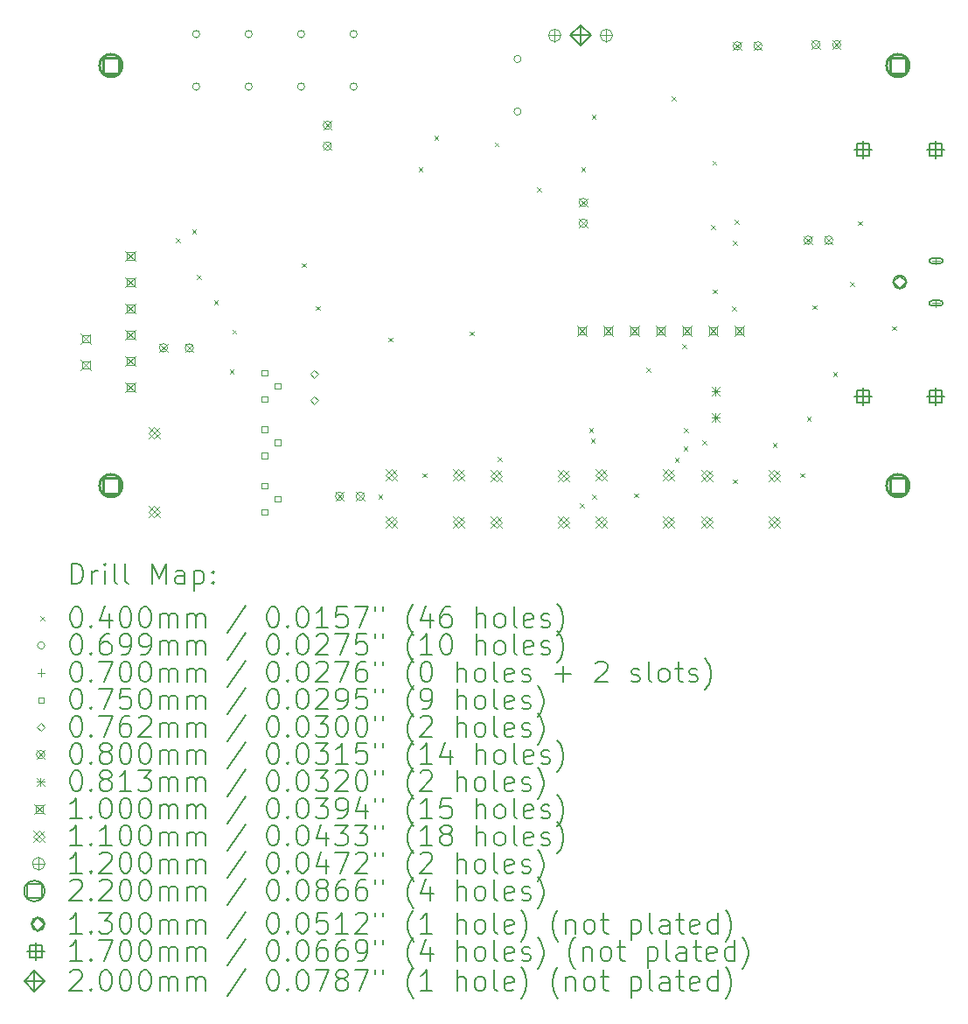
<source format=gbr>
%FSLAX45Y45*%
G04 Gerber Fmt 4.5, Leading zero omitted, Abs format (unit mm)*
G04 Created by KiCad (PCBNEW (6.0.5)) date 2022-05-23 23:46:35*
%MOMM*%
%LPD*%
G01*
G04 APERTURE LIST*
%ADD10C,0.200000*%
%ADD11C,0.040000*%
%ADD12C,0.069850*%
%ADD13C,0.070000*%
%ADD14C,0.075000*%
%ADD15C,0.076200*%
%ADD16C,0.080000*%
%ADD17C,0.081280*%
%ADD18C,0.100000*%
%ADD19C,0.110000*%
%ADD20C,0.120000*%
%ADD21C,0.220000*%
%ADD22C,0.130000*%
%ADD23C,0.170000*%
G04 APERTURE END LIST*
D10*
D11*
X4628200Y-9543100D02*
X4668200Y-9583100D01*
X4668200Y-9543100D02*
X4628200Y-9583100D01*
X4786640Y-9458570D02*
X4826640Y-9498570D01*
X4826640Y-9458570D02*
X4786640Y-9498570D01*
X4831400Y-9898700D02*
X4871400Y-9938700D01*
X4871400Y-9898700D02*
X4831400Y-9938700D01*
X4996550Y-10144710D02*
X5036550Y-10184710D01*
X5036550Y-10144710D02*
X4996550Y-10184710D01*
X5148900Y-10813100D02*
X5188900Y-10853100D01*
X5188900Y-10813100D02*
X5148900Y-10853100D01*
X5174250Y-10428360D02*
X5214250Y-10468360D01*
X5214250Y-10428360D02*
X5174250Y-10468360D01*
X5847400Y-9784400D02*
X5887400Y-9824400D01*
X5887400Y-9784400D02*
X5847400Y-9824400D01*
X5984120Y-10200490D02*
X6024120Y-10240490D01*
X6024120Y-10200490D02*
X5984120Y-10240490D01*
X6589010Y-12023090D02*
X6629010Y-12063090D01*
X6629010Y-12023090D02*
X6589010Y-12063090D01*
X6686350Y-10505120D02*
X6726350Y-10545120D01*
X6726350Y-10505120D02*
X6686350Y-10545120D01*
X6979800Y-8858800D02*
X7019800Y-8898800D01*
X7019800Y-8858800D02*
X6979800Y-8898800D01*
X7015800Y-11816400D02*
X7055800Y-11856400D01*
X7055800Y-11816400D02*
X7015800Y-11856400D01*
X7130100Y-8552500D02*
X7170100Y-8592500D01*
X7170100Y-8552500D02*
X7130100Y-8592500D01*
X7473000Y-10444800D02*
X7513000Y-10484800D01*
X7513000Y-10444800D02*
X7473000Y-10484800D01*
X7714300Y-8616000D02*
X7754300Y-8656000D01*
X7754300Y-8616000D02*
X7714300Y-8656000D01*
X7745750Y-11663400D02*
X7785750Y-11703400D01*
X7785750Y-11663400D02*
X7745750Y-11703400D01*
X8127880Y-9051240D02*
X8167880Y-9091240D01*
X8167880Y-9051240D02*
X8127880Y-9091240D01*
X8541270Y-12111740D02*
X8581270Y-12151740D01*
X8581270Y-12111740D02*
X8541270Y-12151740D01*
X8552500Y-8857300D02*
X8592500Y-8897300D01*
X8592500Y-8857300D02*
X8552500Y-8897300D01*
X8630300Y-11378730D02*
X8670300Y-11418730D01*
X8670300Y-11378730D02*
X8630300Y-11418730D01*
X8645470Y-11481850D02*
X8685470Y-11521850D01*
X8685470Y-11481850D02*
X8645470Y-11521850D01*
X8654100Y-8349300D02*
X8694100Y-8389300D01*
X8694100Y-8349300D02*
X8654100Y-8389300D01*
X8656440Y-12023090D02*
X8696440Y-12063090D01*
X8696440Y-12023090D02*
X8656440Y-12063090D01*
X9065280Y-12011670D02*
X9105280Y-12051670D01*
X9105280Y-12011670D02*
X9065280Y-12051670D01*
X9185100Y-10795770D02*
X9225100Y-10835770D01*
X9225100Y-10795770D02*
X9185100Y-10835770D01*
X9428800Y-8171500D02*
X9468800Y-8211500D01*
X9468800Y-8171500D02*
X9428800Y-8211500D01*
X9458890Y-11668080D02*
X9498890Y-11708080D01*
X9498890Y-11668080D02*
X9458890Y-11708080D01*
X9532880Y-10567640D02*
X9572880Y-10607640D01*
X9572880Y-10567640D02*
X9532880Y-10607640D01*
X9544330Y-11556600D02*
X9584330Y-11596600D01*
X9584330Y-11556600D02*
X9544330Y-11596600D01*
X9550390Y-11378830D02*
X9590390Y-11418830D01*
X9590390Y-11378830D02*
X9550390Y-11418830D01*
X9723260Y-11499940D02*
X9763260Y-11539940D01*
X9763260Y-11499940D02*
X9723260Y-11539940D01*
X9809800Y-9416100D02*
X9849800Y-9456100D01*
X9849800Y-9416100D02*
X9809800Y-9456100D01*
X9822500Y-8793800D02*
X9862500Y-8833800D01*
X9862500Y-8793800D02*
X9822500Y-8833800D01*
X9826730Y-10038610D02*
X9866730Y-10078610D01*
X9866730Y-10038610D02*
X9826730Y-10078610D01*
X10015710Y-10201130D02*
X10055710Y-10241130D01*
X10055710Y-10201130D02*
X10015710Y-10241130D01*
X10021000Y-9571480D02*
X10061000Y-9611480D01*
X10061000Y-9571480D02*
X10021000Y-9611480D01*
X10023570Y-11876700D02*
X10063570Y-11916700D01*
X10063570Y-11876700D02*
X10023570Y-11916700D01*
X10038400Y-9365300D02*
X10078400Y-9405300D01*
X10078400Y-9365300D02*
X10038400Y-9405300D01*
X10406700Y-11524300D02*
X10446700Y-11564300D01*
X10446700Y-11524300D02*
X10406700Y-11564300D01*
X10673400Y-11816400D02*
X10713400Y-11856400D01*
X10713400Y-11816400D02*
X10673400Y-11856400D01*
X10736900Y-11270300D02*
X10776900Y-11310300D01*
X10776900Y-11270300D02*
X10736900Y-11310300D01*
X10789860Y-10190610D02*
X10829860Y-10230610D01*
X10829860Y-10190610D02*
X10789860Y-10230610D01*
X10990900Y-10838500D02*
X11030900Y-10878500D01*
X11030900Y-10838500D02*
X10990900Y-10878500D01*
X11156150Y-9966840D02*
X11196150Y-10006840D01*
X11196150Y-9966840D02*
X11156150Y-10006840D01*
X11232200Y-9378000D02*
X11272200Y-9418000D01*
X11272200Y-9378000D02*
X11232200Y-9418000D01*
X11562400Y-10394000D02*
X11602400Y-10434000D01*
X11602400Y-10394000D02*
X11562400Y-10434000D01*
D12*
X4860925Y-7569200D02*
G75*
G03*
X4860925Y-7569200I-34925J0D01*
G01*
X4860925Y-8077200D02*
G75*
G03*
X4860925Y-8077200I-34925J0D01*
G01*
X5368925Y-7569200D02*
G75*
G03*
X5368925Y-7569200I-34925J0D01*
G01*
X5368925Y-8077200D02*
G75*
G03*
X5368925Y-8077200I-34925J0D01*
G01*
X5876925Y-7569200D02*
G75*
G03*
X5876925Y-7569200I-34925J0D01*
G01*
X5876925Y-8077200D02*
G75*
G03*
X5876925Y-8077200I-34925J0D01*
G01*
X6384925Y-7569200D02*
G75*
G03*
X6384925Y-7569200I-34925J0D01*
G01*
X6384925Y-8077200D02*
G75*
G03*
X6384925Y-8077200I-34925J0D01*
G01*
X7972425Y-7810500D02*
G75*
G03*
X7972425Y-7810500I-34925J0D01*
G01*
X7972425Y-8318500D02*
G75*
G03*
X7972425Y-8318500I-34925J0D01*
G01*
D13*
X11988800Y-9727700D02*
X11988800Y-9797700D01*
X11953800Y-9762700D02*
X12023800Y-9762700D01*
D10*
X12028800Y-9737700D02*
X11948800Y-9737700D01*
X12028800Y-9787700D02*
X11948800Y-9787700D01*
X11948800Y-9737700D02*
G75*
G03*
X11948800Y-9787700I0J-25000D01*
G01*
X12028800Y-9787700D02*
G75*
G03*
X12028800Y-9737700I0J25000D01*
G01*
D13*
X11988800Y-10137700D02*
X11988800Y-10207700D01*
X11953800Y-10172700D02*
X12023800Y-10172700D01*
D10*
X12028800Y-10147700D02*
X11948800Y-10147700D01*
X12028800Y-10197700D02*
X11948800Y-10197700D01*
X11948800Y-10147700D02*
G75*
G03*
X11948800Y-10197700I0J-25000D01*
G01*
X12028800Y-10197700D02*
G75*
G03*
X12028800Y-10147700I0J25000D01*
G01*
D14*
X5512917Y-10872317D02*
X5512917Y-10819283D01*
X5459883Y-10819283D01*
X5459883Y-10872317D01*
X5512917Y-10872317D01*
X5512917Y-11126317D02*
X5512917Y-11073283D01*
X5459883Y-11073283D01*
X5459883Y-11126317D01*
X5512917Y-11126317D01*
X5515017Y-11418417D02*
X5515017Y-11365383D01*
X5461983Y-11365383D01*
X5461983Y-11418417D01*
X5515017Y-11418417D01*
X5515017Y-11672417D02*
X5515017Y-11619383D01*
X5461983Y-11619383D01*
X5461983Y-11672417D01*
X5515017Y-11672417D01*
X5515017Y-11964517D02*
X5515017Y-11911483D01*
X5461983Y-11911483D01*
X5461983Y-11964517D01*
X5515017Y-11964517D01*
X5515017Y-12218517D02*
X5515017Y-12165483D01*
X5461983Y-12165483D01*
X5461983Y-12218517D01*
X5515017Y-12218517D01*
X5639917Y-10999317D02*
X5639917Y-10946283D01*
X5586883Y-10946283D01*
X5586883Y-10999317D01*
X5639917Y-10999317D01*
X5642017Y-11545417D02*
X5642017Y-11492383D01*
X5588983Y-11492383D01*
X5588983Y-11545417D01*
X5642017Y-11545417D01*
X5642017Y-12091517D02*
X5642017Y-12038483D01*
X5588983Y-12038483D01*
X5588983Y-12091517D01*
X5642017Y-12091517D01*
D15*
X5969000Y-10896600D02*
X6007100Y-10858500D01*
X5969000Y-10820400D01*
X5930900Y-10858500D01*
X5969000Y-10896600D01*
X5969000Y-11150600D02*
X6007100Y-11112500D01*
X5969000Y-11074400D01*
X5930900Y-11112500D01*
X5969000Y-11150600D01*
D16*
X4468500Y-10564500D02*
X4548500Y-10644500D01*
X4548500Y-10564500D02*
X4468500Y-10644500D01*
X4548500Y-10604500D02*
G75*
G03*
X4548500Y-10604500I-40000J0D01*
G01*
X4718500Y-10564500D02*
X4798500Y-10644500D01*
X4798500Y-10564500D02*
X4718500Y-10644500D01*
X4798500Y-10604500D02*
G75*
G03*
X4798500Y-10604500I-40000J0D01*
G01*
X6056000Y-8411589D02*
X6136000Y-8491589D01*
X6136000Y-8411589D02*
X6056000Y-8491589D01*
X6136000Y-8451589D02*
G75*
G03*
X6136000Y-8451589I-40000J0D01*
G01*
X6056000Y-8611589D02*
X6136000Y-8691589D01*
X6136000Y-8611589D02*
X6056000Y-8691589D01*
X6136000Y-8651589D02*
G75*
G03*
X6136000Y-8651589I-40000J0D01*
G01*
X6173500Y-11999600D02*
X6253500Y-12079600D01*
X6253500Y-11999600D02*
X6173500Y-12079600D01*
X6253500Y-12039600D02*
G75*
G03*
X6253500Y-12039600I-40000J0D01*
G01*
X6373500Y-11999600D02*
X6453500Y-12079600D01*
X6453500Y-11999600D02*
X6373500Y-12079600D01*
X6453500Y-12039600D02*
G75*
G03*
X6453500Y-12039600I-40000J0D01*
G01*
X8532500Y-9158000D02*
X8612500Y-9238000D01*
X8612500Y-9158000D02*
X8532500Y-9238000D01*
X8612500Y-9198000D02*
G75*
G03*
X8612500Y-9198000I-40000J0D01*
G01*
X8532500Y-9358000D02*
X8612500Y-9438000D01*
X8612500Y-9358000D02*
X8532500Y-9438000D01*
X8612500Y-9398000D02*
G75*
G03*
X8612500Y-9398000I-40000J0D01*
G01*
X10024490Y-7643500D02*
X10104490Y-7723500D01*
X10104490Y-7643500D02*
X10024490Y-7723500D01*
X10104490Y-7683500D02*
G75*
G03*
X10104490Y-7683500I-40000J0D01*
G01*
X10224490Y-7643500D02*
X10304490Y-7723500D01*
X10304490Y-7643500D02*
X10224490Y-7723500D01*
X10304490Y-7683500D02*
G75*
G03*
X10304490Y-7683500I-40000J0D01*
G01*
X10710290Y-9523100D02*
X10790290Y-9603100D01*
X10790290Y-9523100D02*
X10710290Y-9603100D01*
X10790290Y-9563100D02*
G75*
G03*
X10790290Y-9563100I-40000J0D01*
G01*
X10786490Y-7630800D02*
X10866490Y-7710800D01*
X10866490Y-7630800D02*
X10786490Y-7710800D01*
X10866490Y-7670800D02*
G75*
G03*
X10866490Y-7670800I-40000J0D01*
G01*
X10910290Y-9523100D02*
X10990290Y-9603100D01*
X10990290Y-9523100D02*
X10910290Y-9603100D01*
X10990290Y-9563100D02*
G75*
G03*
X10990290Y-9563100I-40000J0D01*
G01*
X10986490Y-7630800D02*
X11066490Y-7710800D01*
X11066490Y-7630800D02*
X10986490Y-7710800D01*
X11066490Y-7670800D02*
G75*
G03*
X11066490Y-7670800I-40000J0D01*
G01*
D17*
X9814560Y-10982960D02*
X9895840Y-11064240D01*
X9895840Y-10982960D02*
X9814560Y-11064240D01*
X9855200Y-10982960D02*
X9855200Y-11064240D01*
X9814560Y-11023600D02*
X9895840Y-11023600D01*
X9814560Y-11236960D02*
X9895840Y-11318240D01*
X9895840Y-11236960D02*
X9814560Y-11318240D01*
X9855200Y-11236960D02*
X9855200Y-11318240D01*
X9814560Y-11277600D02*
X9895840Y-11277600D01*
D18*
X3709200Y-10465600D02*
X3809200Y-10565600D01*
X3809200Y-10465600D02*
X3709200Y-10565600D01*
X3794556Y-10550956D02*
X3794556Y-10480244D01*
X3723844Y-10480244D01*
X3723844Y-10550956D01*
X3794556Y-10550956D01*
X3709200Y-10719600D02*
X3809200Y-10819600D01*
X3809200Y-10719600D02*
X3709200Y-10819600D01*
X3794556Y-10804956D02*
X3794556Y-10734244D01*
X3723844Y-10734244D01*
X3723844Y-10804956D01*
X3794556Y-10804956D01*
X4141000Y-9665500D02*
X4241000Y-9765500D01*
X4241000Y-9665500D02*
X4141000Y-9765500D01*
X4226356Y-9750856D02*
X4226356Y-9680144D01*
X4155644Y-9680144D01*
X4155644Y-9750856D01*
X4226356Y-9750856D01*
X4141000Y-9919500D02*
X4241000Y-10019500D01*
X4241000Y-9919500D02*
X4141000Y-10019500D01*
X4226356Y-10004856D02*
X4226356Y-9934144D01*
X4155644Y-9934144D01*
X4155644Y-10004856D01*
X4226356Y-10004856D01*
X4141000Y-10173500D02*
X4241000Y-10273500D01*
X4241000Y-10173500D02*
X4141000Y-10273500D01*
X4226356Y-10258856D02*
X4226356Y-10188144D01*
X4155644Y-10188144D01*
X4155644Y-10258856D01*
X4226356Y-10258856D01*
X4141000Y-10427500D02*
X4241000Y-10527500D01*
X4241000Y-10427500D02*
X4141000Y-10527500D01*
X4226356Y-10512856D02*
X4226356Y-10442144D01*
X4155644Y-10442144D01*
X4155644Y-10512856D01*
X4226356Y-10512856D01*
X4141000Y-10681500D02*
X4241000Y-10781500D01*
X4241000Y-10681500D02*
X4141000Y-10781500D01*
X4226356Y-10766856D02*
X4226356Y-10696144D01*
X4155644Y-10696144D01*
X4155644Y-10766856D01*
X4226356Y-10766856D01*
X4141000Y-10935500D02*
X4241000Y-11035500D01*
X4241000Y-10935500D02*
X4141000Y-11035500D01*
X4226356Y-11020856D02*
X4226356Y-10950144D01*
X4155644Y-10950144D01*
X4155644Y-11020856D01*
X4226356Y-11020856D01*
X8510300Y-10389400D02*
X8610300Y-10489400D01*
X8610300Y-10389400D02*
X8510300Y-10489400D01*
X8595656Y-10474756D02*
X8595656Y-10404044D01*
X8524944Y-10404044D01*
X8524944Y-10474756D01*
X8595656Y-10474756D01*
X8764300Y-10389400D02*
X8864300Y-10489400D01*
X8864300Y-10389400D02*
X8764300Y-10489400D01*
X8849656Y-10474756D02*
X8849656Y-10404044D01*
X8778944Y-10404044D01*
X8778944Y-10474756D01*
X8849656Y-10474756D01*
X9018300Y-10389400D02*
X9118300Y-10489400D01*
X9118300Y-10389400D02*
X9018300Y-10489400D01*
X9103656Y-10474756D02*
X9103656Y-10404044D01*
X9032944Y-10404044D01*
X9032944Y-10474756D01*
X9103656Y-10474756D01*
X9272300Y-10389400D02*
X9372300Y-10489400D01*
X9372300Y-10389400D02*
X9272300Y-10489400D01*
X9357656Y-10474756D02*
X9357656Y-10404044D01*
X9286944Y-10404044D01*
X9286944Y-10474756D01*
X9357656Y-10474756D01*
X9526300Y-10389400D02*
X9626300Y-10489400D01*
X9626300Y-10389400D02*
X9526300Y-10489400D01*
X9611656Y-10474756D02*
X9611656Y-10404044D01*
X9540944Y-10404044D01*
X9540944Y-10474756D01*
X9611656Y-10474756D01*
X9780300Y-10389400D02*
X9880300Y-10489400D01*
X9880300Y-10389400D02*
X9780300Y-10489400D01*
X9865656Y-10474756D02*
X9865656Y-10404044D01*
X9794944Y-10404044D01*
X9794944Y-10474756D01*
X9865656Y-10474756D01*
X10034300Y-10389400D02*
X10134300Y-10489400D01*
X10134300Y-10389400D02*
X10034300Y-10489400D01*
X10119656Y-10474756D02*
X10119656Y-10404044D01*
X10048944Y-10404044D01*
X10048944Y-10474756D01*
X10119656Y-10474756D01*
D19*
X4364600Y-11375000D02*
X4474600Y-11485000D01*
X4474600Y-11375000D02*
X4364600Y-11485000D01*
X4419600Y-11485000D02*
X4474600Y-11430000D01*
X4419600Y-11375000D01*
X4364600Y-11430000D01*
X4419600Y-11485000D01*
X4364600Y-12137000D02*
X4474600Y-12247000D01*
X4474600Y-12137000D02*
X4364600Y-12247000D01*
X4419600Y-12247000D02*
X4474600Y-12192000D01*
X4419600Y-12137000D01*
X4364600Y-12192000D01*
X4419600Y-12247000D01*
X6661000Y-11781400D02*
X6771000Y-11891400D01*
X6771000Y-11781400D02*
X6661000Y-11891400D01*
X6716000Y-11891400D02*
X6771000Y-11836400D01*
X6716000Y-11781400D01*
X6661000Y-11836400D01*
X6716000Y-11891400D01*
X6661000Y-12231400D02*
X6771000Y-12341400D01*
X6771000Y-12231400D02*
X6661000Y-12341400D01*
X6716000Y-12341400D02*
X6771000Y-12286400D01*
X6716000Y-12231400D01*
X6661000Y-12286400D01*
X6716000Y-12341400D01*
X7311000Y-11781400D02*
X7421000Y-11891400D01*
X7421000Y-11781400D02*
X7311000Y-11891400D01*
X7366000Y-11891400D02*
X7421000Y-11836400D01*
X7366000Y-11781400D01*
X7311000Y-11836400D01*
X7366000Y-11891400D01*
X7311000Y-12231400D02*
X7421000Y-12341400D01*
X7421000Y-12231400D02*
X7311000Y-12341400D01*
X7366000Y-12341400D02*
X7421000Y-12286400D01*
X7366000Y-12231400D01*
X7311000Y-12286400D01*
X7366000Y-12341400D01*
X7677000Y-11788600D02*
X7787000Y-11898600D01*
X7787000Y-11788600D02*
X7677000Y-11898600D01*
X7732000Y-11898600D02*
X7787000Y-11843600D01*
X7732000Y-11788600D01*
X7677000Y-11843600D01*
X7732000Y-11898600D01*
X7677000Y-12238600D02*
X7787000Y-12348600D01*
X7787000Y-12238600D02*
X7677000Y-12348600D01*
X7732000Y-12348600D02*
X7787000Y-12293600D01*
X7732000Y-12238600D01*
X7677000Y-12293600D01*
X7732000Y-12348600D01*
X8327000Y-11788600D02*
X8437000Y-11898600D01*
X8437000Y-11788600D02*
X8327000Y-11898600D01*
X8382000Y-11898600D02*
X8437000Y-11843600D01*
X8382000Y-11788600D01*
X8327000Y-11843600D01*
X8382000Y-11898600D01*
X8327000Y-12238600D02*
X8437000Y-12348600D01*
X8437000Y-12238600D02*
X8327000Y-12348600D01*
X8382000Y-12348600D02*
X8437000Y-12293600D01*
X8382000Y-12238600D01*
X8327000Y-12293600D01*
X8382000Y-12348600D01*
X8693000Y-11781400D02*
X8803000Y-11891400D01*
X8803000Y-11781400D02*
X8693000Y-11891400D01*
X8748000Y-11891400D02*
X8803000Y-11836400D01*
X8748000Y-11781400D01*
X8693000Y-11836400D01*
X8748000Y-11891400D01*
X8693000Y-12231400D02*
X8803000Y-12341400D01*
X8803000Y-12231400D02*
X8693000Y-12341400D01*
X8748000Y-12341400D02*
X8803000Y-12286400D01*
X8748000Y-12231400D01*
X8693000Y-12286400D01*
X8748000Y-12341400D01*
X9343000Y-11781400D02*
X9453000Y-11891400D01*
X9453000Y-11781400D02*
X9343000Y-11891400D01*
X9398000Y-11891400D02*
X9453000Y-11836400D01*
X9398000Y-11781400D01*
X9343000Y-11836400D01*
X9398000Y-11891400D01*
X9343000Y-12231400D02*
X9453000Y-12341400D01*
X9453000Y-12231400D02*
X9343000Y-12341400D01*
X9398000Y-12341400D02*
X9453000Y-12286400D01*
X9398000Y-12231400D01*
X9343000Y-12286400D01*
X9398000Y-12341400D01*
X9716500Y-11785000D02*
X9826500Y-11895000D01*
X9826500Y-11785000D02*
X9716500Y-11895000D01*
X9771500Y-11895000D02*
X9826500Y-11840000D01*
X9771500Y-11785000D01*
X9716500Y-11840000D01*
X9771500Y-11895000D01*
X9716500Y-12235000D02*
X9826500Y-12345000D01*
X9826500Y-12235000D02*
X9716500Y-12345000D01*
X9771500Y-12345000D02*
X9826500Y-12290000D01*
X9771500Y-12235000D01*
X9716500Y-12290000D01*
X9771500Y-12345000D01*
X10366500Y-11785000D02*
X10476500Y-11895000D01*
X10476500Y-11785000D02*
X10366500Y-11895000D01*
X10421500Y-11895000D02*
X10476500Y-11840000D01*
X10421500Y-11785000D01*
X10366500Y-11840000D01*
X10421500Y-11895000D01*
X10366500Y-12235000D02*
X10476500Y-12345000D01*
X10476500Y-12235000D02*
X10366500Y-12345000D01*
X10421500Y-12345000D02*
X10476500Y-12290000D01*
X10421500Y-12235000D01*
X10366500Y-12290000D01*
X10421500Y-12345000D01*
D20*
X8297100Y-7521900D02*
X8297100Y-7641900D01*
X8237100Y-7581900D02*
X8357100Y-7581900D01*
X8357100Y-7581900D02*
G75*
G03*
X8357100Y-7581900I-60000J0D01*
G01*
X8797100Y-7521900D02*
X8797100Y-7641900D01*
X8737100Y-7581900D02*
X8857100Y-7581900D01*
X8857100Y-7581900D02*
G75*
G03*
X8857100Y-7581900I-60000J0D01*
G01*
D21*
X4078282Y-7951782D02*
X4078282Y-7796217D01*
X3922717Y-7796217D01*
X3922717Y-7951782D01*
X4078282Y-7951782D01*
X4110500Y-7874000D02*
G75*
G03*
X4110500Y-7874000I-110000J0D01*
G01*
X4078282Y-12015782D02*
X4078282Y-11860217D01*
X3922717Y-11860217D01*
X3922717Y-12015782D01*
X4078282Y-12015782D01*
X4110500Y-11938000D02*
G75*
G03*
X4110500Y-11938000I-110000J0D01*
G01*
X11698282Y-7951782D02*
X11698282Y-7796217D01*
X11542717Y-7796217D01*
X11542717Y-7951782D01*
X11698282Y-7951782D01*
X11730500Y-7874000D02*
G75*
G03*
X11730500Y-7874000I-110000J0D01*
G01*
X11698282Y-12015782D02*
X11698282Y-11860217D01*
X11542717Y-11860217D01*
X11542717Y-12015782D01*
X11698282Y-12015782D01*
X11730500Y-11938000D02*
G75*
G03*
X11730500Y-11938000I-110000J0D01*
G01*
D22*
X11638800Y-10032700D02*
X11703800Y-9967700D01*
X11638800Y-9902700D01*
X11573800Y-9967700D01*
X11638800Y-10032700D01*
X11703800Y-9967700D02*
G75*
G03*
X11703800Y-9967700I-65000J0D01*
G01*
D23*
X11284800Y-8601800D02*
X11284800Y-8771800D01*
X11199800Y-8686800D02*
X11369800Y-8686800D01*
X11344905Y-8746905D02*
X11344905Y-8626695D01*
X11224695Y-8626695D01*
X11224695Y-8746905D01*
X11344905Y-8746905D01*
X11284800Y-10989400D02*
X11284800Y-11159400D01*
X11199800Y-11074400D02*
X11369800Y-11074400D01*
X11344905Y-11134505D02*
X11344905Y-11014295D01*
X11224695Y-11014295D01*
X11224695Y-11134505D01*
X11344905Y-11134505D01*
X11984800Y-8601800D02*
X11984800Y-8771800D01*
X11899800Y-8686800D02*
X12069800Y-8686800D01*
X12044905Y-8746905D02*
X12044905Y-8626695D01*
X11924695Y-8626695D01*
X11924695Y-8746905D01*
X12044905Y-8746905D01*
X11984800Y-10989400D02*
X11984800Y-11159400D01*
X11899800Y-11074400D02*
X12069800Y-11074400D01*
X12044905Y-11134505D02*
X12044905Y-11014295D01*
X11924695Y-11014295D01*
X11924695Y-11134505D01*
X12044905Y-11134505D01*
D10*
X8547100Y-7481900D02*
X8547100Y-7681900D01*
X8447100Y-7581900D02*
X8647100Y-7581900D01*
X8547100Y-7681900D02*
X8647100Y-7581900D01*
X8547100Y-7481900D01*
X8447100Y-7581900D01*
X8547100Y-7681900D01*
X3617119Y-12889476D02*
X3617119Y-12689476D01*
X3664738Y-12689476D01*
X3693309Y-12699000D01*
X3712357Y-12718048D01*
X3721881Y-12737095D01*
X3731405Y-12775190D01*
X3731405Y-12803762D01*
X3721881Y-12841857D01*
X3712357Y-12860905D01*
X3693309Y-12879952D01*
X3664738Y-12889476D01*
X3617119Y-12889476D01*
X3817119Y-12889476D02*
X3817119Y-12756143D01*
X3817119Y-12794238D02*
X3826643Y-12775190D01*
X3836167Y-12765667D01*
X3855214Y-12756143D01*
X3874262Y-12756143D01*
X3940928Y-12889476D02*
X3940928Y-12756143D01*
X3940928Y-12689476D02*
X3931405Y-12699000D01*
X3940928Y-12708524D01*
X3950452Y-12699000D01*
X3940928Y-12689476D01*
X3940928Y-12708524D01*
X4064738Y-12889476D02*
X4045690Y-12879952D01*
X4036167Y-12860905D01*
X4036167Y-12689476D01*
X4169500Y-12889476D02*
X4150452Y-12879952D01*
X4140928Y-12860905D01*
X4140928Y-12689476D01*
X4398071Y-12889476D02*
X4398071Y-12689476D01*
X4464738Y-12832333D01*
X4531405Y-12689476D01*
X4531405Y-12889476D01*
X4712357Y-12889476D02*
X4712357Y-12784714D01*
X4702833Y-12765667D01*
X4683786Y-12756143D01*
X4645690Y-12756143D01*
X4626643Y-12765667D01*
X4712357Y-12879952D02*
X4693310Y-12889476D01*
X4645690Y-12889476D01*
X4626643Y-12879952D01*
X4617119Y-12860905D01*
X4617119Y-12841857D01*
X4626643Y-12822809D01*
X4645690Y-12813286D01*
X4693310Y-12813286D01*
X4712357Y-12803762D01*
X4807595Y-12756143D02*
X4807595Y-12956143D01*
X4807595Y-12765667D02*
X4826643Y-12756143D01*
X4864738Y-12756143D01*
X4883786Y-12765667D01*
X4893310Y-12775190D01*
X4902833Y-12794238D01*
X4902833Y-12851381D01*
X4893310Y-12870428D01*
X4883786Y-12879952D01*
X4864738Y-12889476D01*
X4826643Y-12889476D01*
X4807595Y-12879952D01*
X4988548Y-12870428D02*
X4998071Y-12879952D01*
X4988548Y-12889476D01*
X4979024Y-12879952D01*
X4988548Y-12870428D01*
X4988548Y-12889476D01*
X4988548Y-12765667D02*
X4998071Y-12775190D01*
X4988548Y-12784714D01*
X4979024Y-12775190D01*
X4988548Y-12765667D01*
X4988548Y-12784714D01*
D11*
X3319500Y-13199000D02*
X3359500Y-13239000D01*
X3359500Y-13199000D02*
X3319500Y-13239000D01*
D10*
X3655214Y-13109476D02*
X3674262Y-13109476D01*
X3693309Y-13119000D01*
X3702833Y-13128524D01*
X3712357Y-13147571D01*
X3721881Y-13185667D01*
X3721881Y-13233286D01*
X3712357Y-13271381D01*
X3702833Y-13290428D01*
X3693309Y-13299952D01*
X3674262Y-13309476D01*
X3655214Y-13309476D01*
X3636167Y-13299952D01*
X3626643Y-13290428D01*
X3617119Y-13271381D01*
X3607595Y-13233286D01*
X3607595Y-13185667D01*
X3617119Y-13147571D01*
X3626643Y-13128524D01*
X3636167Y-13119000D01*
X3655214Y-13109476D01*
X3807595Y-13290428D02*
X3817119Y-13299952D01*
X3807595Y-13309476D01*
X3798071Y-13299952D01*
X3807595Y-13290428D01*
X3807595Y-13309476D01*
X3988548Y-13176143D02*
X3988548Y-13309476D01*
X3940928Y-13099952D02*
X3893309Y-13242809D01*
X4017119Y-13242809D01*
X4131405Y-13109476D02*
X4150452Y-13109476D01*
X4169500Y-13119000D01*
X4179024Y-13128524D01*
X4188548Y-13147571D01*
X4198071Y-13185667D01*
X4198071Y-13233286D01*
X4188548Y-13271381D01*
X4179024Y-13290428D01*
X4169500Y-13299952D01*
X4150452Y-13309476D01*
X4131405Y-13309476D01*
X4112357Y-13299952D01*
X4102833Y-13290428D01*
X4093309Y-13271381D01*
X4083786Y-13233286D01*
X4083786Y-13185667D01*
X4093309Y-13147571D01*
X4102833Y-13128524D01*
X4112357Y-13119000D01*
X4131405Y-13109476D01*
X4321881Y-13109476D02*
X4340929Y-13109476D01*
X4359976Y-13119000D01*
X4369500Y-13128524D01*
X4379024Y-13147571D01*
X4388548Y-13185667D01*
X4388548Y-13233286D01*
X4379024Y-13271381D01*
X4369500Y-13290428D01*
X4359976Y-13299952D01*
X4340929Y-13309476D01*
X4321881Y-13309476D01*
X4302833Y-13299952D01*
X4293310Y-13290428D01*
X4283786Y-13271381D01*
X4274262Y-13233286D01*
X4274262Y-13185667D01*
X4283786Y-13147571D01*
X4293310Y-13128524D01*
X4302833Y-13119000D01*
X4321881Y-13109476D01*
X4474262Y-13309476D02*
X4474262Y-13176143D01*
X4474262Y-13195190D02*
X4483786Y-13185667D01*
X4502833Y-13176143D01*
X4531405Y-13176143D01*
X4550452Y-13185667D01*
X4559976Y-13204714D01*
X4559976Y-13309476D01*
X4559976Y-13204714D02*
X4569500Y-13185667D01*
X4588548Y-13176143D01*
X4617119Y-13176143D01*
X4636167Y-13185667D01*
X4645690Y-13204714D01*
X4645690Y-13309476D01*
X4740929Y-13309476D02*
X4740929Y-13176143D01*
X4740929Y-13195190D02*
X4750452Y-13185667D01*
X4769500Y-13176143D01*
X4798071Y-13176143D01*
X4817119Y-13185667D01*
X4826643Y-13204714D01*
X4826643Y-13309476D01*
X4826643Y-13204714D02*
X4836167Y-13185667D01*
X4855214Y-13176143D01*
X4883786Y-13176143D01*
X4902833Y-13185667D01*
X4912357Y-13204714D01*
X4912357Y-13309476D01*
X5302833Y-13099952D02*
X5131405Y-13357095D01*
X5559976Y-13109476D02*
X5579024Y-13109476D01*
X5598071Y-13119000D01*
X5607595Y-13128524D01*
X5617119Y-13147571D01*
X5626643Y-13185667D01*
X5626643Y-13233286D01*
X5617119Y-13271381D01*
X5607595Y-13290428D01*
X5598071Y-13299952D01*
X5579024Y-13309476D01*
X5559976Y-13309476D01*
X5540929Y-13299952D01*
X5531405Y-13290428D01*
X5521881Y-13271381D01*
X5512357Y-13233286D01*
X5512357Y-13185667D01*
X5521881Y-13147571D01*
X5531405Y-13128524D01*
X5540929Y-13119000D01*
X5559976Y-13109476D01*
X5712357Y-13290428D02*
X5721881Y-13299952D01*
X5712357Y-13309476D01*
X5702833Y-13299952D01*
X5712357Y-13290428D01*
X5712357Y-13309476D01*
X5845690Y-13109476D02*
X5864738Y-13109476D01*
X5883786Y-13119000D01*
X5893309Y-13128524D01*
X5902833Y-13147571D01*
X5912357Y-13185667D01*
X5912357Y-13233286D01*
X5902833Y-13271381D01*
X5893309Y-13290428D01*
X5883786Y-13299952D01*
X5864738Y-13309476D01*
X5845690Y-13309476D01*
X5826643Y-13299952D01*
X5817119Y-13290428D01*
X5807595Y-13271381D01*
X5798071Y-13233286D01*
X5798071Y-13185667D01*
X5807595Y-13147571D01*
X5817119Y-13128524D01*
X5826643Y-13119000D01*
X5845690Y-13109476D01*
X6102833Y-13309476D02*
X5988548Y-13309476D01*
X6045690Y-13309476D02*
X6045690Y-13109476D01*
X6026643Y-13138048D01*
X6007595Y-13157095D01*
X5988548Y-13166619D01*
X6283786Y-13109476D02*
X6188548Y-13109476D01*
X6179024Y-13204714D01*
X6188548Y-13195190D01*
X6207595Y-13185667D01*
X6255214Y-13185667D01*
X6274262Y-13195190D01*
X6283786Y-13204714D01*
X6293309Y-13223762D01*
X6293309Y-13271381D01*
X6283786Y-13290428D01*
X6274262Y-13299952D01*
X6255214Y-13309476D01*
X6207595Y-13309476D01*
X6188548Y-13299952D01*
X6179024Y-13290428D01*
X6359976Y-13109476D02*
X6493309Y-13109476D01*
X6407595Y-13309476D01*
X6559976Y-13109476D02*
X6559976Y-13147571D01*
X6636167Y-13109476D02*
X6636167Y-13147571D01*
X6931405Y-13385667D02*
X6921881Y-13376143D01*
X6902833Y-13347571D01*
X6893309Y-13328524D01*
X6883786Y-13299952D01*
X6874262Y-13252333D01*
X6874262Y-13214238D01*
X6883786Y-13166619D01*
X6893309Y-13138048D01*
X6902833Y-13119000D01*
X6921881Y-13090428D01*
X6931405Y-13080905D01*
X7093309Y-13176143D02*
X7093309Y-13309476D01*
X7045690Y-13099952D02*
X6998071Y-13242809D01*
X7121881Y-13242809D01*
X7283786Y-13109476D02*
X7245690Y-13109476D01*
X7226643Y-13119000D01*
X7217119Y-13128524D01*
X7198071Y-13157095D01*
X7188548Y-13195190D01*
X7188548Y-13271381D01*
X7198071Y-13290428D01*
X7207595Y-13299952D01*
X7226643Y-13309476D01*
X7264738Y-13309476D01*
X7283786Y-13299952D01*
X7293309Y-13290428D01*
X7302833Y-13271381D01*
X7302833Y-13223762D01*
X7293309Y-13204714D01*
X7283786Y-13195190D01*
X7264738Y-13185667D01*
X7226643Y-13185667D01*
X7207595Y-13195190D01*
X7198071Y-13204714D01*
X7188548Y-13223762D01*
X7540928Y-13309476D02*
X7540928Y-13109476D01*
X7626643Y-13309476D02*
X7626643Y-13204714D01*
X7617119Y-13185667D01*
X7598071Y-13176143D01*
X7569500Y-13176143D01*
X7550452Y-13185667D01*
X7540928Y-13195190D01*
X7750452Y-13309476D02*
X7731405Y-13299952D01*
X7721881Y-13290428D01*
X7712357Y-13271381D01*
X7712357Y-13214238D01*
X7721881Y-13195190D01*
X7731405Y-13185667D01*
X7750452Y-13176143D01*
X7779024Y-13176143D01*
X7798071Y-13185667D01*
X7807595Y-13195190D01*
X7817119Y-13214238D01*
X7817119Y-13271381D01*
X7807595Y-13290428D01*
X7798071Y-13299952D01*
X7779024Y-13309476D01*
X7750452Y-13309476D01*
X7931405Y-13309476D02*
X7912357Y-13299952D01*
X7902833Y-13280905D01*
X7902833Y-13109476D01*
X8083786Y-13299952D02*
X8064738Y-13309476D01*
X8026643Y-13309476D01*
X8007595Y-13299952D01*
X7998071Y-13280905D01*
X7998071Y-13204714D01*
X8007595Y-13185667D01*
X8026643Y-13176143D01*
X8064738Y-13176143D01*
X8083786Y-13185667D01*
X8093309Y-13204714D01*
X8093309Y-13223762D01*
X7998071Y-13242809D01*
X8169500Y-13299952D02*
X8188548Y-13309476D01*
X8226643Y-13309476D01*
X8245690Y-13299952D01*
X8255214Y-13280905D01*
X8255214Y-13271381D01*
X8245690Y-13252333D01*
X8226643Y-13242809D01*
X8198071Y-13242809D01*
X8179024Y-13233286D01*
X8169500Y-13214238D01*
X8169500Y-13204714D01*
X8179024Y-13185667D01*
X8198071Y-13176143D01*
X8226643Y-13176143D01*
X8245690Y-13185667D01*
X8321881Y-13385667D02*
X8331405Y-13376143D01*
X8350452Y-13347571D01*
X8359976Y-13328524D01*
X8369500Y-13299952D01*
X8379024Y-13252333D01*
X8379024Y-13214238D01*
X8369500Y-13166619D01*
X8359976Y-13138048D01*
X8350452Y-13119000D01*
X8331405Y-13090428D01*
X8321881Y-13080905D01*
D12*
X3359500Y-13483000D02*
G75*
G03*
X3359500Y-13483000I-34925J0D01*
G01*
D10*
X3655214Y-13373476D02*
X3674262Y-13373476D01*
X3693309Y-13383000D01*
X3702833Y-13392524D01*
X3712357Y-13411571D01*
X3721881Y-13449667D01*
X3721881Y-13497286D01*
X3712357Y-13535381D01*
X3702833Y-13554428D01*
X3693309Y-13563952D01*
X3674262Y-13573476D01*
X3655214Y-13573476D01*
X3636167Y-13563952D01*
X3626643Y-13554428D01*
X3617119Y-13535381D01*
X3607595Y-13497286D01*
X3607595Y-13449667D01*
X3617119Y-13411571D01*
X3626643Y-13392524D01*
X3636167Y-13383000D01*
X3655214Y-13373476D01*
X3807595Y-13554428D02*
X3817119Y-13563952D01*
X3807595Y-13573476D01*
X3798071Y-13563952D01*
X3807595Y-13554428D01*
X3807595Y-13573476D01*
X3988548Y-13373476D02*
X3950452Y-13373476D01*
X3931405Y-13383000D01*
X3921881Y-13392524D01*
X3902833Y-13421095D01*
X3893309Y-13459190D01*
X3893309Y-13535381D01*
X3902833Y-13554428D01*
X3912357Y-13563952D01*
X3931405Y-13573476D01*
X3969500Y-13573476D01*
X3988548Y-13563952D01*
X3998071Y-13554428D01*
X4007595Y-13535381D01*
X4007595Y-13487762D01*
X3998071Y-13468714D01*
X3988548Y-13459190D01*
X3969500Y-13449667D01*
X3931405Y-13449667D01*
X3912357Y-13459190D01*
X3902833Y-13468714D01*
X3893309Y-13487762D01*
X4102833Y-13573476D02*
X4140928Y-13573476D01*
X4159976Y-13563952D01*
X4169500Y-13554428D01*
X4188548Y-13525857D01*
X4198071Y-13487762D01*
X4198071Y-13411571D01*
X4188548Y-13392524D01*
X4179024Y-13383000D01*
X4159976Y-13373476D01*
X4121881Y-13373476D01*
X4102833Y-13383000D01*
X4093309Y-13392524D01*
X4083786Y-13411571D01*
X4083786Y-13459190D01*
X4093309Y-13478238D01*
X4102833Y-13487762D01*
X4121881Y-13497286D01*
X4159976Y-13497286D01*
X4179024Y-13487762D01*
X4188548Y-13478238D01*
X4198071Y-13459190D01*
X4293310Y-13573476D02*
X4331405Y-13573476D01*
X4350452Y-13563952D01*
X4359976Y-13554428D01*
X4379024Y-13525857D01*
X4388548Y-13487762D01*
X4388548Y-13411571D01*
X4379024Y-13392524D01*
X4369500Y-13383000D01*
X4350452Y-13373476D01*
X4312357Y-13373476D01*
X4293310Y-13383000D01*
X4283786Y-13392524D01*
X4274262Y-13411571D01*
X4274262Y-13459190D01*
X4283786Y-13478238D01*
X4293310Y-13487762D01*
X4312357Y-13497286D01*
X4350452Y-13497286D01*
X4369500Y-13487762D01*
X4379024Y-13478238D01*
X4388548Y-13459190D01*
X4474262Y-13573476D02*
X4474262Y-13440143D01*
X4474262Y-13459190D02*
X4483786Y-13449667D01*
X4502833Y-13440143D01*
X4531405Y-13440143D01*
X4550452Y-13449667D01*
X4559976Y-13468714D01*
X4559976Y-13573476D01*
X4559976Y-13468714D02*
X4569500Y-13449667D01*
X4588548Y-13440143D01*
X4617119Y-13440143D01*
X4636167Y-13449667D01*
X4645690Y-13468714D01*
X4645690Y-13573476D01*
X4740929Y-13573476D02*
X4740929Y-13440143D01*
X4740929Y-13459190D02*
X4750452Y-13449667D01*
X4769500Y-13440143D01*
X4798071Y-13440143D01*
X4817119Y-13449667D01*
X4826643Y-13468714D01*
X4826643Y-13573476D01*
X4826643Y-13468714D02*
X4836167Y-13449667D01*
X4855214Y-13440143D01*
X4883786Y-13440143D01*
X4902833Y-13449667D01*
X4912357Y-13468714D01*
X4912357Y-13573476D01*
X5302833Y-13363952D02*
X5131405Y-13621095D01*
X5559976Y-13373476D02*
X5579024Y-13373476D01*
X5598071Y-13383000D01*
X5607595Y-13392524D01*
X5617119Y-13411571D01*
X5626643Y-13449667D01*
X5626643Y-13497286D01*
X5617119Y-13535381D01*
X5607595Y-13554428D01*
X5598071Y-13563952D01*
X5579024Y-13573476D01*
X5559976Y-13573476D01*
X5540929Y-13563952D01*
X5531405Y-13554428D01*
X5521881Y-13535381D01*
X5512357Y-13497286D01*
X5512357Y-13449667D01*
X5521881Y-13411571D01*
X5531405Y-13392524D01*
X5540929Y-13383000D01*
X5559976Y-13373476D01*
X5712357Y-13554428D02*
X5721881Y-13563952D01*
X5712357Y-13573476D01*
X5702833Y-13563952D01*
X5712357Y-13554428D01*
X5712357Y-13573476D01*
X5845690Y-13373476D02*
X5864738Y-13373476D01*
X5883786Y-13383000D01*
X5893309Y-13392524D01*
X5902833Y-13411571D01*
X5912357Y-13449667D01*
X5912357Y-13497286D01*
X5902833Y-13535381D01*
X5893309Y-13554428D01*
X5883786Y-13563952D01*
X5864738Y-13573476D01*
X5845690Y-13573476D01*
X5826643Y-13563952D01*
X5817119Y-13554428D01*
X5807595Y-13535381D01*
X5798071Y-13497286D01*
X5798071Y-13449667D01*
X5807595Y-13411571D01*
X5817119Y-13392524D01*
X5826643Y-13383000D01*
X5845690Y-13373476D01*
X5988548Y-13392524D02*
X5998071Y-13383000D01*
X6017119Y-13373476D01*
X6064738Y-13373476D01*
X6083786Y-13383000D01*
X6093309Y-13392524D01*
X6102833Y-13411571D01*
X6102833Y-13430619D01*
X6093309Y-13459190D01*
X5979024Y-13573476D01*
X6102833Y-13573476D01*
X6169500Y-13373476D02*
X6302833Y-13373476D01*
X6217119Y-13573476D01*
X6474262Y-13373476D02*
X6379024Y-13373476D01*
X6369500Y-13468714D01*
X6379024Y-13459190D01*
X6398071Y-13449667D01*
X6445690Y-13449667D01*
X6464738Y-13459190D01*
X6474262Y-13468714D01*
X6483786Y-13487762D01*
X6483786Y-13535381D01*
X6474262Y-13554428D01*
X6464738Y-13563952D01*
X6445690Y-13573476D01*
X6398071Y-13573476D01*
X6379024Y-13563952D01*
X6369500Y-13554428D01*
X6559976Y-13373476D02*
X6559976Y-13411571D01*
X6636167Y-13373476D02*
X6636167Y-13411571D01*
X6931405Y-13649667D02*
X6921881Y-13640143D01*
X6902833Y-13611571D01*
X6893309Y-13592524D01*
X6883786Y-13563952D01*
X6874262Y-13516333D01*
X6874262Y-13478238D01*
X6883786Y-13430619D01*
X6893309Y-13402048D01*
X6902833Y-13383000D01*
X6921881Y-13354428D01*
X6931405Y-13344905D01*
X7112357Y-13573476D02*
X6998071Y-13573476D01*
X7055214Y-13573476D02*
X7055214Y-13373476D01*
X7036167Y-13402048D01*
X7017119Y-13421095D01*
X6998071Y-13430619D01*
X7236167Y-13373476D02*
X7255214Y-13373476D01*
X7274262Y-13383000D01*
X7283786Y-13392524D01*
X7293309Y-13411571D01*
X7302833Y-13449667D01*
X7302833Y-13497286D01*
X7293309Y-13535381D01*
X7283786Y-13554428D01*
X7274262Y-13563952D01*
X7255214Y-13573476D01*
X7236167Y-13573476D01*
X7217119Y-13563952D01*
X7207595Y-13554428D01*
X7198071Y-13535381D01*
X7188548Y-13497286D01*
X7188548Y-13449667D01*
X7198071Y-13411571D01*
X7207595Y-13392524D01*
X7217119Y-13383000D01*
X7236167Y-13373476D01*
X7540928Y-13573476D02*
X7540928Y-13373476D01*
X7626643Y-13573476D02*
X7626643Y-13468714D01*
X7617119Y-13449667D01*
X7598071Y-13440143D01*
X7569500Y-13440143D01*
X7550452Y-13449667D01*
X7540928Y-13459190D01*
X7750452Y-13573476D02*
X7731405Y-13563952D01*
X7721881Y-13554428D01*
X7712357Y-13535381D01*
X7712357Y-13478238D01*
X7721881Y-13459190D01*
X7731405Y-13449667D01*
X7750452Y-13440143D01*
X7779024Y-13440143D01*
X7798071Y-13449667D01*
X7807595Y-13459190D01*
X7817119Y-13478238D01*
X7817119Y-13535381D01*
X7807595Y-13554428D01*
X7798071Y-13563952D01*
X7779024Y-13573476D01*
X7750452Y-13573476D01*
X7931405Y-13573476D02*
X7912357Y-13563952D01*
X7902833Y-13544905D01*
X7902833Y-13373476D01*
X8083786Y-13563952D02*
X8064738Y-13573476D01*
X8026643Y-13573476D01*
X8007595Y-13563952D01*
X7998071Y-13544905D01*
X7998071Y-13468714D01*
X8007595Y-13449667D01*
X8026643Y-13440143D01*
X8064738Y-13440143D01*
X8083786Y-13449667D01*
X8093309Y-13468714D01*
X8093309Y-13487762D01*
X7998071Y-13506809D01*
X8169500Y-13563952D02*
X8188548Y-13573476D01*
X8226643Y-13573476D01*
X8245690Y-13563952D01*
X8255214Y-13544905D01*
X8255214Y-13535381D01*
X8245690Y-13516333D01*
X8226643Y-13506809D01*
X8198071Y-13506809D01*
X8179024Y-13497286D01*
X8169500Y-13478238D01*
X8169500Y-13468714D01*
X8179024Y-13449667D01*
X8198071Y-13440143D01*
X8226643Y-13440143D01*
X8245690Y-13449667D01*
X8321881Y-13649667D02*
X8331405Y-13640143D01*
X8350452Y-13611571D01*
X8359976Y-13592524D01*
X8369500Y-13563952D01*
X8379024Y-13516333D01*
X8379024Y-13478238D01*
X8369500Y-13430619D01*
X8359976Y-13402048D01*
X8350452Y-13383000D01*
X8331405Y-13354428D01*
X8321881Y-13344905D01*
D13*
X3324500Y-13712000D02*
X3324500Y-13782000D01*
X3289500Y-13747000D02*
X3359500Y-13747000D01*
D10*
X3655214Y-13637476D02*
X3674262Y-13637476D01*
X3693309Y-13647000D01*
X3702833Y-13656524D01*
X3712357Y-13675571D01*
X3721881Y-13713667D01*
X3721881Y-13761286D01*
X3712357Y-13799381D01*
X3702833Y-13818428D01*
X3693309Y-13827952D01*
X3674262Y-13837476D01*
X3655214Y-13837476D01*
X3636167Y-13827952D01*
X3626643Y-13818428D01*
X3617119Y-13799381D01*
X3607595Y-13761286D01*
X3607595Y-13713667D01*
X3617119Y-13675571D01*
X3626643Y-13656524D01*
X3636167Y-13647000D01*
X3655214Y-13637476D01*
X3807595Y-13818428D02*
X3817119Y-13827952D01*
X3807595Y-13837476D01*
X3798071Y-13827952D01*
X3807595Y-13818428D01*
X3807595Y-13837476D01*
X3883786Y-13637476D02*
X4017119Y-13637476D01*
X3931405Y-13837476D01*
X4131405Y-13637476D02*
X4150452Y-13637476D01*
X4169500Y-13647000D01*
X4179024Y-13656524D01*
X4188548Y-13675571D01*
X4198071Y-13713667D01*
X4198071Y-13761286D01*
X4188548Y-13799381D01*
X4179024Y-13818428D01*
X4169500Y-13827952D01*
X4150452Y-13837476D01*
X4131405Y-13837476D01*
X4112357Y-13827952D01*
X4102833Y-13818428D01*
X4093309Y-13799381D01*
X4083786Y-13761286D01*
X4083786Y-13713667D01*
X4093309Y-13675571D01*
X4102833Y-13656524D01*
X4112357Y-13647000D01*
X4131405Y-13637476D01*
X4321881Y-13637476D02*
X4340929Y-13637476D01*
X4359976Y-13647000D01*
X4369500Y-13656524D01*
X4379024Y-13675571D01*
X4388548Y-13713667D01*
X4388548Y-13761286D01*
X4379024Y-13799381D01*
X4369500Y-13818428D01*
X4359976Y-13827952D01*
X4340929Y-13837476D01*
X4321881Y-13837476D01*
X4302833Y-13827952D01*
X4293310Y-13818428D01*
X4283786Y-13799381D01*
X4274262Y-13761286D01*
X4274262Y-13713667D01*
X4283786Y-13675571D01*
X4293310Y-13656524D01*
X4302833Y-13647000D01*
X4321881Y-13637476D01*
X4474262Y-13837476D02*
X4474262Y-13704143D01*
X4474262Y-13723190D02*
X4483786Y-13713667D01*
X4502833Y-13704143D01*
X4531405Y-13704143D01*
X4550452Y-13713667D01*
X4559976Y-13732714D01*
X4559976Y-13837476D01*
X4559976Y-13732714D02*
X4569500Y-13713667D01*
X4588548Y-13704143D01*
X4617119Y-13704143D01*
X4636167Y-13713667D01*
X4645690Y-13732714D01*
X4645690Y-13837476D01*
X4740929Y-13837476D02*
X4740929Y-13704143D01*
X4740929Y-13723190D02*
X4750452Y-13713667D01*
X4769500Y-13704143D01*
X4798071Y-13704143D01*
X4817119Y-13713667D01*
X4826643Y-13732714D01*
X4826643Y-13837476D01*
X4826643Y-13732714D02*
X4836167Y-13713667D01*
X4855214Y-13704143D01*
X4883786Y-13704143D01*
X4902833Y-13713667D01*
X4912357Y-13732714D01*
X4912357Y-13837476D01*
X5302833Y-13627952D02*
X5131405Y-13885095D01*
X5559976Y-13637476D02*
X5579024Y-13637476D01*
X5598071Y-13647000D01*
X5607595Y-13656524D01*
X5617119Y-13675571D01*
X5626643Y-13713667D01*
X5626643Y-13761286D01*
X5617119Y-13799381D01*
X5607595Y-13818428D01*
X5598071Y-13827952D01*
X5579024Y-13837476D01*
X5559976Y-13837476D01*
X5540929Y-13827952D01*
X5531405Y-13818428D01*
X5521881Y-13799381D01*
X5512357Y-13761286D01*
X5512357Y-13713667D01*
X5521881Y-13675571D01*
X5531405Y-13656524D01*
X5540929Y-13647000D01*
X5559976Y-13637476D01*
X5712357Y-13818428D02*
X5721881Y-13827952D01*
X5712357Y-13837476D01*
X5702833Y-13827952D01*
X5712357Y-13818428D01*
X5712357Y-13837476D01*
X5845690Y-13637476D02*
X5864738Y-13637476D01*
X5883786Y-13647000D01*
X5893309Y-13656524D01*
X5902833Y-13675571D01*
X5912357Y-13713667D01*
X5912357Y-13761286D01*
X5902833Y-13799381D01*
X5893309Y-13818428D01*
X5883786Y-13827952D01*
X5864738Y-13837476D01*
X5845690Y-13837476D01*
X5826643Y-13827952D01*
X5817119Y-13818428D01*
X5807595Y-13799381D01*
X5798071Y-13761286D01*
X5798071Y-13713667D01*
X5807595Y-13675571D01*
X5817119Y-13656524D01*
X5826643Y-13647000D01*
X5845690Y-13637476D01*
X5988548Y-13656524D02*
X5998071Y-13647000D01*
X6017119Y-13637476D01*
X6064738Y-13637476D01*
X6083786Y-13647000D01*
X6093309Y-13656524D01*
X6102833Y-13675571D01*
X6102833Y-13694619D01*
X6093309Y-13723190D01*
X5979024Y-13837476D01*
X6102833Y-13837476D01*
X6169500Y-13637476D02*
X6302833Y-13637476D01*
X6217119Y-13837476D01*
X6464738Y-13637476D02*
X6426643Y-13637476D01*
X6407595Y-13647000D01*
X6398071Y-13656524D01*
X6379024Y-13685095D01*
X6369500Y-13723190D01*
X6369500Y-13799381D01*
X6379024Y-13818428D01*
X6388548Y-13827952D01*
X6407595Y-13837476D01*
X6445690Y-13837476D01*
X6464738Y-13827952D01*
X6474262Y-13818428D01*
X6483786Y-13799381D01*
X6483786Y-13751762D01*
X6474262Y-13732714D01*
X6464738Y-13723190D01*
X6445690Y-13713667D01*
X6407595Y-13713667D01*
X6388548Y-13723190D01*
X6379024Y-13732714D01*
X6369500Y-13751762D01*
X6559976Y-13637476D02*
X6559976Y-13675571D01*
X6636167Y-13637476D02*
X6636167Y-13675571D01*
X6931405Y-13913667D02*
X6921881Y-13904143D01*
X6902833Y-13875571D01*
X6893309Y-13856524D01*
X6883786Y-13827952D01*
X6874262Y-13780333D01*
X6874262Y-13742238D01*
X6883786Y-13694619D01*
X6893309Y-13666048D01*
X6902833Y-13647000D01*
X6921881Y-13618428D01*
X6931405Y-13608905D01*
X7045690Y-13637476D02*
X7064738Y-13637476D01*
X7083786Y-13647000D01*
X7093309Y-13656524D01*
X7102833Y-13675571D01*
X7112357Y-13713667D01*
X7112357Y-13761286D01*
X7102833Y-13799381D01*
X7093309Y-13818428D01*
X7083786Y-13827952D01*
X7064738Y-13837476D01*
X7045690Y-13837476D01*
X7026643Y-13827952D01*
X7017119Y-13818428D01*
X7007595Y-13799381D01*
X6998071Y-13761286D01*
X6998071Y-13713667D01*
X7007595Y-13675571D01*
X7017119Y-13656524D01*
X7026643Y-13647000D01*
X7045690Y-13637476D01*
X7350452Y-13837476D02*
X7350452Y-13637476D01*
X7436167Y-13837476D02*
X7436167Y-13732714D01*
X7426643Y-13713667D01*
X7407595Y-13704143D01*
X7379024Y-13704143D01*
X7359976Y-13713667D01*
X7350452Y-13723190D01*
X7559976Y-13837476D02*
X7540928Y-13827952D01*
X7531405Y-13818428D01*
X7521881Y-13799381D01*
X7521881Y-13742238D01*
X7531405Y-13723190D01*
X7540928Y-13713667D01*
X7559976Y-13704143D01*
X7588548Y-13704143D01*
X7607595Y-13713667D01*
X7617119Y-13723190D01*
X7626643Y-13742238D01*
X7626643Y-13799381D01*
X7617119Y-13818428D01*
X7607595Y-13827952D01*
X7588548Y-13837476D01*
X7559976Y-13837476D01*
X7740928Y-13837476D02*
X7721881Y-13827952D01*
X7712357Y-13808905D01*
X7712357Y-13637476D01*
X7893309Y-13827952D02*
X7874262Y-13837476D01*
X7836167Y-13837476D01*
X7817119Y-13827952D01*
X7807595Y-13808905D01*
X7807595Y-13732714D01*
X7817119Y-13713667D01*
X7836167Y-13704143D01*
X7874262Y-13704143D01*
X7893309Y-13713667D01*
X7902833Y-13732714D01*
X7902833Y-13751762D01*
X7807595Y-13770809D01*
X7979024Y-13827952D02*
X7998071Y-13837476D01*
X8036167Y-13837476D01*
X8055214Y-13827952D01*
X8064738Y-13808905D01*
X8064738Y-13799381D01*
X8055214Y-13780333D01*
X8036167Y-13770809D01*
X8007595Y-13770809D01*
X7988548Y-13761286D01*
X7979024Y-13742238D01*
X7979024Y-13732714D01*
X7988548Y-13713667D01*
X8007595Y-13704143D01*
X8036167Y-13704143D01*
X8055214Y-13713667D01*
X8302833Y-13761286D02*
X8455214Y-13761286D01*
X8379024Y-13837476D02*
X8379024Y-13685095D01*
X8693310Y-13656524D02*
X8702833Y-13647000D01*
X8721881Y-13637476D01*
X8769500Y-13637476D01*
X8788548Y-13647000D01*
X8798071Y-13656524D01*
X8807595Y-13675571D01*
X8807595Y-13694619D01*
X8798071Y-13723190D01*
X8683786Y-13837476D01*
X8807595Y-13837476D01*
X9036167Y-13827952D02*
X9055214Y-13837476D01*
X9093310Y-13837476D01*
X9112357Y-13827952D01*
X9121881Y-13808905D01*
X9121881Y-13799381D01*
X9112357Y-13780333D01*
X9093310Y-13770809D01*
X9064738Y-13770809D01*
X9045690Y-13761286D01*
X9036167Y-13742238D01*
X9036167Y-13732714D01*
X9045690Y-13713667D01*
X9064738Y-13704143D01*
X9093310Y-13704143D01*
X9112357Y-13713667D01*
X9236167Y-13837476D02*
X9217119Y-13827952D01*
X9207595Y-13808905D01*
X9207595Y-13637476D01*
X9340929Y-13837476D02*
X9321881Y-13827952D01*
X9312357Y-13818428D01*
X9302833Y-13799381D01*
X9302833Y-13742238D01*
X9312357Y-13723190D01*
X9321881Y-13713667D01*
X9340929Y-13704143D01*
X9369500Y-13704143D01*
X9388548Y-13713667D01*
X9398071Y-13723190D01*
X9407595Y-13742238D01*
X9407595Y-13799381D01*
X9398071Y-13818428D01*
X9388548Y-13827952D01*
X9369500Y-13837476D01*
X9340929Y-13837476D01*
X9464738Y-13704143D02*
X9540929Y-13704143D01*
X9493310Y-13637476D02*
X9493310Y-13808905D01*
X9502833Y-13827952D01*
X9521881Y-13837476D01*
X9540929Y-13837476D01*
X9598071Y-13827952D02*
X9617119Y-13837476D01*
X9655214Y-13837476D01*
X9674262Y-13827952D01*
X9683786Y-13808905D01*
X9683786Y-13799381D01*
X9674262Y-13780333D01*
X9655214Y-13770809D01*
X9626643Y-13770809D01*
X9607595Y-13761286D01*
X9598071Y-13742238D01*
X9598071Y-13732714D01*
X9607595Y-13713667D01*
X9626643Y-13704143D01*
X9655214Y-13704143D01*
X9674262Y-13713667D01*
X9750452Y-13913667D02*
X9759976Y-13904143D01*
X9779024Y-13875571D01*
X9788548Y-13856524D01*
X9798071Y-13827952D01*
X9807595Y-13780333D01*
X9807595Y-13742238D01*
X9798071Y-13694619D01*
X9788548Y-13666048D01*
X9779024Y-13647000D01*
X9759976Y-13618428D01*
X9750452Y-13608905D01*
D14*
X3348517Y-14037517D02*
X3348517Y-13984483D01*
X3295483Y-13984483D01*
X3295483Y-14037517D01*
X3348517Y-14037517D01*
D10*
X3655214Y-13901476D02*
X3674262Y-13901476D01*
X3693309Y-13911000D01*
X3702833Y-13920524D01*
X3712357Y-13939571D01*
X3721881Y-13977667D01*
X3721881Y-14025286D01*
X3712357Y-14063381D01*
X3702833Y-14082428D01*
X3693309Y-14091952D01*
X3674262Y-14101476D01*
X3655214Y-14101476D01*
X3636167Y-14091952D01*
X3626643Y-14082428D01*
X3617119Y-14063381D01*
X3607595Y-14025286D01*
X3607595Y-13977667D01*
X3617119Y-13939571D01*
X3626643Y-13920524D01*
X3636167Y-13911000D01*
X3655214Y-13901476D01*
X3807595Y-14082428D02*
X3817119Y-14091952D01*
X3807595Y-14101476D01*
X3798071Y-14091952D01*
X3807595Y-14082428D01*
X3807595Y-14101476D01*
X3883786Y-13901476D02*
X4017119Y-13901476D01*
X3931405Y-14101476D01*
X4188548Y-13901476D02*
X4093309Y-13901476D01*
X4083786Y-13996714D01*
X4093309Y-13987190D01*
X4112357Y-13977667D01*
X4159976Y-13977667D01*
X4179024Y-13987190D01*
X4188548Y-13996714D01*
X4198071Y-14015762D01*
X4198071Y-14063381D01*
X4188548Y-14082428D01*
X4179024Y-14091952D01*
X4159976Y-14101476D01*
X4112357Y-14101476D01*
X4093309Y-14091952D01*
X4083786Y-14082428D01*
X4321881Y-13901476D02*
X4340929Y-13901476D01*
X4359976Y-13911000D01*
X4369500Y-13920524D01*
X4379024Y-13939571D01*
X4388548Y-13977667D01*
X4388548Y-14025286D01*
X4379024Y-14063381D01*
X4369500Y-14082428D01*
X4359976Y-14091952D01*
X4340929Y-14101476D01*
X4321881Y-14101476D01*
X4302833Y-14091952D01*
X4293310Y-14082428D01*
X4283786Y-14063381D01*
X4274262Y-14025286D01*
X4274262Y-13977667D01*
X4283786Y-13939571D01*
X4293310Y-13920524D01*
X4302833Y-13911000D01*
X4321881Y-13901476D01*
X4474262Y-14101476D02*
X4474262Y-13968143D01*
X4474262Y-13987190D02*
X4483786Y-13977667D01*
X4502833Y-13968143D01*
X4531405Y-13968143D01*
X4550452Y-13977667D01*
X4559976Y-13996714D01*
X4559976Y-14101476D01*
X4559976Y-13996714D02*
X4569500Y-13977667D01*
X4588548Y-13968143D01*
X4617119Y-13968143D01*
X4636167Y-13977667D01*
X4645690Y-13996714D01*
X4645690Y-14101476D01*
X4740929Y-14101476D02*
X4740929Y-13968143D01*
X4740929Y-13987190D02*
X4750452Y-13977667D01*
X4769500Y-13968143D01*
X4798071Y-13968143D01*
X4817119Y-13977667D01*
X4826643Y-13996714D01*
X4826643Y-14101476D01*
X4826643Y-13996714D02*
X4836167Y-13977667D01*
X4855214Y-13968143D01*
X4883786Y-13968143D01*
X4902833Y-13977667D01*
X4912357Y-13996714D01*
X4912357Y-14101476D01*
X5302833Y-13891952D02*
X5131405Y-14149095D01*
X5559976Y-13901476D02*
X5579024Y-13901476D01*
X5598071Y-13911000D01*
X5607595Y-13920524D01*
X5617119Y-13939571D01*
X5626643Y-13977667D01*
X5626643Y-14025286D01*
X5617119Y-14063381D01*
X5607595Y-14082428D01*
X5598071Y-14091952D01*
X5579024Y-14101476D01*
X5559976Y-14101476D01*
X5540929Y-14091952D01*
X5531405Y-14082428D01*
X5521881Y-14063381D01*
X5512357Y-14025286D01*
X5512357Y-13977667D01*
X5521881Y-13939571D01*
X5531405Y-13920524D01*
X5540929Y-13911000D01*
X5559976Y-13901476D01*
X5712357Y-14082428D02*
X5721881Y-14091952D01*
X5712357Y-14101476D01*
X5702833Y-14091952D01*
X5712357Y-14082428D01*
X5712357Y-14101476D01*
X5845690Y-13901476D02*
X5864738Y-13901476D01*
X5883786Y-13911000D01*
X5893309Y-13920524D01*
X5902833Y-13939571D01*
X5912357Y-13977667D01*
X5912357Y-14025286D01*
X5902833Y-14063381D01*
X5893309Y-14082428D01*
X5883786Y-14091952D01*
X5864738Y-14101476D01*
X5845690Y-14101476D01*
X5826643Y-14091952D01*
X5817119Y-14082428D01*
X5807595Y-14063381D01*
X5798071Y-14025286D01*
X5798071Y-13977667D01*
X5807595Y-13939571D01*
X5817119Y-13920524D01*
X5826643Y-13911000D01*
X5845690Y-13901476D01*
X5988548Y-13920524D02*
X5998071Y-13911000D01*
X6017119Y-13901476D01*
X6064738Y-13901476D01*
X6083786Y-13911000D01*
X6093309Y-13920524D01*
X6102833Y-13939571D01*
X6102833Y-13958619D01*
X6093309Y-13987190D01*
X5979024Y-14101476D01*
X6102833Y-14101476D01*
X6198071Y-14101476D02*
X6236167Y-14101476D01*
X6255214Y-14091952D01*
X6264738Y-14082428D01*
X6283786Y-14053857D01*
X6293309Y-14015762D01*
X6293309Y-13939571D01*
X6283786Y-13920524D01*
X6274262Y-13911000D01*
X6255214Y-13901476D01*
X6217119Y-13901476D01*
X6198071Y-13911000D01*
X6188548Y-13920524D01*
X6179024Y-13939571D01*
X6179024Y-13987190D01*
X6188548Y-14006238D01*
X6198071Y-14015762D01*
X6217119Y-14025286D01*
X6255214Y-14025286D01*
X6274262Y-14015762D01*
X6283786Y-14006238D01*
X6293309Y-13987190D01*
X6474262Y-13901476D02*
X6379024Y-13901476D01*
X6369500Y-13996714D01*
X6379024Y-13987190D01*
X6398071Y-13977667D01*
X6445690Y-13977667D01*
X6464738Y-13987190D01*
X6474262Y-13996714D01*
X6483786Y-14015762D01*
X6483786Y-14063381D01*
X6474262Y-14082428D01*
X6464738Y-14091952D01*
X6445690Y-14101476D01*
X6398071Y-14101476D01*
X6379024Y-14091952D01*
X6369500Y-14082428D01*
X6559976Y-13901476D02*
X6559976Y-13939571D01*
X6636167Y-13901476D02*
X6636167Y-13939571D01*
X6931405Y-14177667D02*
X6921881Y-14168143D01*
X6902833Y-14139571D01*
X6893309Y-14120524D01*
X6883786Y-14091952D01*
X6874262Y-14044333D01*
X6874262Y-14006238D01*
X6883786Y-13958619D01*
X6893309Y-13930048D01*
X6902833Y-13911000D01*
X6921881Y-13882428D01*
X6931405Y-13872905D01*
X7017119Y-14101476D02*
X7055214Y-14101476D01*
X7074262Y-14091952D01*
X7083786Y-14082428D01*
X7102833Y-14053857D01*
X7112357Y-14015762D01*
X7112357Y-13939571D01*
X7102833Y-13920524D01*
X7093309Y-13911000D01*
X7074262Y-13901476D01*
X7036167Y-13901476D01*
X7017119Y-13911000D01*
X7007595Y-13920524D01*
X6998071Y-13939571D01*
X6998071Y-13987190D01*
X7007595Y-14006238D01*
X7017119Y-14015762D01*
X7036167Y-14025286D01*
X7074262Y-14025286D01*
X7093309Y-14015762D01*
X7102833Y-14006238D01*
X7112357Y-13987190D01*
X7350452Y-14101476D02*
X7350452Y-13901476D01*
X7436167Y-14101476D02*
X7436167Y-13996714D01*
X7426643Y-13977667D01*
X7407595Y-13968143D01*
X7379024Y-13968143D01*
X7359976Y-13977667D01*
X7350452Y-13987190D01*
X7559976Y-14101476D02*
X7540928Y-14091952D01*
X7531405Y-14082428D01*
X7521881Y-14063381D01*
X7521881Y-14006238D01*
X7531405Y-13987190D01*
X7540928Y-13977667D01*
X7559976Y-13968143D01*
X7588548Y-13968143D01*
X7607595Y-13977667D01*
X7617119Y-13987190D01*
X7626643Y-14006238D01*
X7626643Y-14063381D01*
X7617119Y-14082428D01*
X7607595Y-14091952D01*
X7588548Y-14101476D01*
X7559976Y-14101476D01*
X7740928Y-14101476D02*
X7721881Y-14091952D01*
X7712357Y-14072905D01*
X7712357Y-13901476D01*
X7893309Y-14091952D02*
X7874262Y-14101476D01*
X7836167Y-14101476D01*
X7817119Y-14091952D01*
X7807595Y-14072905D01*
X7807595Y-13996714D01*
X7817119Y-13977667D01*
X7836167Y-13968143D01*
X7874262Y-13968143D01*
X7893309Y-13977667D01*
X7902833Y-13996714D01*
X7902833Y-14015762D01*
X7807595Y-14034809D01*
X7979024Y-14091952D02*
X7998071Y-14101476D01*
X8036167Y-14101476D01*
X8055214Y-14091952D01*
X8064738Y-14072905D01*
X8064738Y-14063381D01*
X8055214Y-14044333D01*
X8036167Y-14034809D01*
X8007595Y-14034809D01*
X7988548Y-14025286D01*
X7979024Y-14006238D01*
X7979024Y-13996714D01*
X7988548Y-13977667D01*
X8007595Y-13968143D01*
X8036167Y-13968143D01*
X8055214Y-13977667D01*
X8131405Y-14177667D02*
X8140928Y-14168143D01*
X8159976Y-14139571D01*
X8169500Y-14120524D01*
X8179024Y-14091952D01*
X8188548Y-14044333D01*
X8188548Y-14006238D01*
X8179024Y-13958619D01*
X8169500Y-13930048D01*
X8159976Y-13911000D01*
X8140928Y-13882428D01*
X8131405Y-13872905D01*
D15*
X3321400Y-14313100D02*
X3359500Y-14275000D01*
X3321400Y-14236900D01*
X3283300Y-14275000D01*
X3321400Y-14313100D01*
D10*
X3655214Y-14165476D02*
X3674262Y-14165476D01*
X3693309Y-14175000D01*
X3702833Y-14184524D01*
X3712357Y-14203571D01*
X3721881Y-14241667D01*
X3721881Y-14289286D01*
X3712357Y-14327381D01*
X3702833Y-14346428D01*
X3693309Y-14355952D01*
X3674262Y-14365476D01*
X3655214Y-14365476D01*
X3636167Y-14355952D01*
X3626643Y-14346428D01*
X3617119Y-14327381D01*
X3607595Y-14289286D01*
X3607595Y-14241667D01*
X3617119Y-14203571D01*
X3626643Y-14184524D01*
X3636167Y-14175000D01*
X3655214Y-14165476D01*
X3807595Y-14346428D02*
X3817119Y-14355952D01*
X3807595Y-14365476D01*
X3798071Y-14355952D01*
X3807595Y-14346428D01*
X3807595Y-14365476D01*
X3883786Y-14165476D02*
X4017119Y-14165476D01*
X3931405Y-14365476D01*
X4179024Y-14165476D02*
X4140928Y-14165476D01*
X4121881Y-14175000D01*
X4112357Y-14184524D01*
X4093309Y-14213095D01*
X4083786Y-14251190D01*
X4083786Y-14327381D01*
X4093309Y-14346428D01*
X4102833Y-14355952D01*
X4121881Y-14365476D01*
X4159976Y-14365476D01*
X4179024Y-14355952D01*
X4188548Y-14346428D01*
X4198071Y-14327381D01*
X4198071Y-14279762D01*
X4188548Y-14260714D01*
X4179024Y-14251190D01*
X4159976Y-14241667D01*
X4121881Y-14241667D01*
X4102833Y-14251190D01*
X4093309Y-14260714D01*
X4083786Y-14279762D01*
X4274262Y-14184524D02*
X4283786Y-14175000D01*
X4302833Y-14165476D01*
X4350452Y-14165476D01*
X4369500Y-14175000D01*
X4379024Y-14184524D01*
X4388548Y-14203571D01*
X4388548Y-14222619D01*
X4379024Y-14251190D01*
X4264738Y-14365476D01*
X4388548Y-14365476D01*
X4474262Y-14365476D02*
X4474262Y-14232143D01*
X4474262Y-14251190D02*
X4483786Y-14241667D01*
X4502833Y-14232143D01*
X4531405Y-14232143D01*
X4550452Y-14241667D01*
X4559976Y-14260714D01*
X4559976Y-14365476D01*
X4559976Y-14260714D02*
X4569500Y-14241667D01*
X4588548Y-14232143D01*
X4617119Y-14232143D01*
X4636167Y-14241667D01*
X4645690Y-14260714D01*
X4645690Y-14365476D01*
X4740929Y-14365476D02*
X4740929Y-14232143D01*
X4740929Y-14251190D02*
X4750452Y-14241667D01*
X4769500Y-14232143D01*
X4798071Y-14232143D01*
X4817119Y-14241667D01*
X4826643Y-14260714D01*
X4826643Y-14365476D01*
X4826643Y-14260714D02*
X4836167Y-14241667D01*
X4855214Y-14232143D01*
X4883786Y-14232143D01*
X4902833Y-14241667D01*
X4912357Y-14260714D01*
X4912357Y-14365476D01*
X5302833Y-14155952D02*
X5131405Y-14413095D01*
X5559976Y-14165476D02*
X5579024Y-14165476D01*
X5598071Y-14175000D01*
X5607595Y-14184524D01*
X5617119Y-14203571D01*
X5626643Y-14241667D01*
X5626643Y-14289286D01*
X5617119Y-14327381D01*
X5607595Y-14346428D01*
X5598071Y-14355952D01*
X5579024Y-14365476D01*
X5559976Y-14365476D01*
X5540929Y-14355952D01*
X5531405Y-14346428D01*
X5521881Y-14327381D01*
X5512357Y-14289286D01*
X5512357Y-14241667D01*
X5521881Y-14203571D01*
X5531405Y-14184524D01*
X5540929Y-14175000D01*
X5559976Y-14165476D01*
X5712357Y-14346428D02*
X5721881Y-14355952D01*
X5712357Y-14365476D01*
X5702833Y-14355952D01*
X5712357Y-14346428D01*
X5712357Y-14365476D01*
X5845690Y-14165476D02*
X5864738Y-14165476D01*
X5883786Y-14175000D01*
X5893309Y-14184524D01*
X5902833Y-14203571D01*
X5912357Y-14241667D01*
X5912357Y-14289286D01*
X5902833Y-14327381D01*
X5893309Y-14346428D01*
X5883786Y-14355952D01*
X5864738Y-14365476D01*
X5845690Y-14365476D01*
X5826643Y-14355952D01*
X5817119Y-14346428D01*
X5807595Y-14327381D01*
X5798071Y-14289286D01*
X5798071Y-14241667D01*
X5807595Y-14203571D01*
X5817119Y-14184524D01*
X5826643Y-14175000D01*
X5845690Y-14165476D01*
X5979024Y-14165476D02*
X6102833Y-14165476D01*
X6036167Y-14241667D01*
X6064738Y-14241667D01*
X6083786Y-14251190D01*
X6093309Y-14260714D01*
X6102833Y-14279762D01*
X6102833Y-14327381D01*
X6093309Y-14346428D01*
X6083786Y-14355952D01*
X6064738Y-14365476D01*
X6007595Y-14365476D01*
X5988548Y-14355952D01*
X5979024Y-14346428D01*
X6226643Y-14165476D02*
X6245690Y-14165476D01*
X6264738Y-14175000D01*
X6274262Y-14184524D01*
X6283786Y-14203571D01*
X6293309Y-14241667D01*
X6293309Y-14289286D01*
X6283786Y-14327381D01*
X6274262Y-14346428D01*
X6264738Y-14355952D01*
X6245690Y-14365476D01*
X6226643Y-14365476D01*
X6207595Y-14355952D01*
X6198071Y-14346428D01*
X6188548Y-14327381D01*
X6179024Y-14289286D01*
X6179024Y-14241667D01*
X6188548Y-14203571D01*
X6198071Y-14184524D01*
X6207595Y-14175000D01*
X6226643Y-14165476D01*
X6417119Y-14165476D02*
X6436167Y-14165476D01*
X6455214Y-14175000D01*
X6464738Y-14184524D01*
X6474262Y-14203571D01*
X6483786Y-14241667D01*
X6483786Y-14289286D01*
X6474262Y-14327381D01*
X6464738Y-14346428D01*
X6455214Y-14355952D01*
X6436167Y-14365476D01*
X6417119Y-14365476D01*
X6398071Y-14355952D01*
X6388548Y-14346428D01*
X6379024Y-14327381D01*
X6369500Y-14289286D01*
X6369500Y-14241667D01*
X6379024Y-14203571D01*
X6388548Y-14184524D01*
X6398071Y-14175000D01*
X6417119Y-14165476D01*
X6559976Y-14165476D02*
X6559976Y-14203571D01*
X6636167Y-14165476D02*
X6636167Y-14203571D01*
X6931405Y-14441667D02*
X6921881Y-14432143D01*
X6902833Y-14403571D01*
X6893309Y-14384524D01*
X6883786Y-14355952D01*
X6874262Y-14308333D01*
X6874262Y-14270238D01*
X6883786Y-14222619D01*
X6893309Y-14194048D01*
X6902833Y-14175000D01*
X6921881Y-14146428D01*
X6931405Y-14136905D01*
X6998071Y-14184524D02*
X7007595Y-14175000D01*
X7026643Y-14165476D01*
X7074262Y-14165476D01*
X7093309Y-14175000D01*
X7102833Y-14184524D01*
X7112357Y-14203571D01*
X7112357Y-14222619D01*
X7102833Y-14251190D01*
X6988548Y-14365476D01*
X7112357Y-14365476D01*
X7350452Y-14365476D02*
X7350452Y-14165476D01*
X7436167Y-14365476D02*
X7436167Y-14260714D01*
X7426643Y-14241667D01*
X7407595Y-14232143D01*
X7379024Y-14232143D01*
X7359976Y-14241667D01*
X7350452Y-14251190D01*
X7559976Y-14365476D02*
X7540928Y-14355952D01*
X7531405Y-14346428D01*
X7521881Y-14327381D01*
X7521881Y-14270238D01*
X7531405Y-14251190D01*
X7540928Y-14241667D01*
X7559976Y-14232143D01*
X7588548Y-14232143D01*
X7607595Y-14241667D01*
X7617119Y-14251190D01*
X7626643Y-14270238D01*
X7626643Y-14327381D01*
X7617119Y-14346428D01*
X7607595Y-14355952D01*
X7588548Y-14365476D01*
X7559976Y-14365476D01*
X7740928Y-14365476D02*
X7721881Y-14355952D01*
X7712357Y-14336905D01*
X7712357Y-14165476D01*
X7893309Y-14355952D02*
X7874262Y-14365476D01*
X7836167Y-14365476D01*
X7817119Y-14355952D01*
X7807595Y-14336905D01*
X7807595Y-14260714D01*
X7817119Y-14241667D01*
X7836167Y-14232143D01*
X7874262Y-14232143D01*
X7893309Y-14241667D01*
X7902833Y-14260714D01*
X7902833Y-14279762D01*
X7807595Y-14298809D01*
X7979024Y-14355952D02*
X7998071Y-14365476D01*
X8036167Y-14365476D01*
X8055214Y-14355952D01*
X8064738Y-14336905D01*
X8064738Y-14327381D01*
X8055214Y-14308333D01*
X8036167Y-14298809D01*
X8007595Y-14298809D01*
X7988548Y-14289286D01*
X7979024Y-14270238D01*
X7979024Y-14260714D01*
X7988548Y-14241667D01*
X8007595Y-14232143D01*
X8036167Y-14232143D01*
X8055214Y-14241667D01*
X8131405Y-14441667D02*
X8140928Y-14432143D01*
X8159976Y-14403571D01*
X8169500Y-14384524D01*
X8179024Y-14355952D01*
X8188548Y-14308333D01*
X8188548Y-14270238D01*
X8179024Y-14222619D01*
X8169500Y-14194048D01*
X8159976Y-14175000D01*
X8140928Y-14146428D01*
X8131405Y-14136905D01*
D16*
X3279500Y-14499000D02*
X3359500Y-14579000D01*
X3359500Y-14499000D02*
X3279500Y-14579000D01*
X3359500Y-14539000D02*
G75*
G03*
X3359500Y-14539000I-40000J0D01*
G01*
D10*
X3655214Y-14429476D02*
X3674262Y-14429476D01*
X3693309Y-14439000D01*
X3702833Y-14448524D01*
X3712357Y-14467571D01*
X3721881Y-14505667D01*
X3721881Y-14553286D01*
X3712357Y-14591381D01*
X3702833Y-14610428D01*
X3693309Y-14619952D01*
X3674262Y-14629476D01*
X3655214Y-14629476D01*
X3636167Y-14619952D01*
X3626643Y-14610428D01*
X3617119Y-14591381D01*
X3607595Y-14553286D01*
X3607595Y-14505667D01*
X3617119Y-14467571D01*
X3626643Y-14448524D01*
X3636167Y-14439000D01*
X3655214Y-14429476D01*
X3807595Y-14610428D02*
X3817119Y-14619952D01*
X3807595Y-14629476D01*
X3798071Y-14619952D01*
X3807595Y-14610428D01*
X3807595Y-14629476D01*
X3931405Y-14515190D02*
X3912357Y-14505667D01*
X3902833Y-14496143D01*
X3893309Y-14477095D01*
X3893309Y-14467571D01*
X3902833Y-14448524D01*
X3912357Y-14439000D01*
X3931405Y-14429476D01*
X3969500Y-14429476D01*
X3988548Y-14439000D01*
X3998071Y-14448524D01*
X4007595Y-14467571D01*
X4007595Y-14477095D01*
X3998071Y-14496143D01*
X3988548Y-14505667D01*
X3969500Y-14515190D01*
X3931405Y-14515190D01*
X3912357Y-14524714D01*
X3902833Y-14534238D01*
X3893309Y-14553286D01*
X3893309Y-14591381D01*
X3902833Y-14610428D01*
X3912357Y-14619952D01*
X3931405Y-14629476D01*
X3969500Y-14629476D01*
X3988548Y-14619952D01*
X3998071Y-14610428D01*
X4007595Y-14591381D01*
X4007595Y-14553286D01*
X3998071Y-14534238D01*
X3988548Y-14524714D01*
X3969500Y-14515190D01*
X4131405Y-14429476D02*
X4150452Y-14429476D01*
X4169500Y-14439000D01*
X4179024Y-14448524D01*
X4188548Y-14467571D01*
X4198071Y-14505667D01*
X4198071Y-14553286D01*
X4188548Y-14591381D01*
X4179024Y-14610428D01*
X4169500Y-14619952D01*
X4150452Y-14629476D01*
X4131405Y-14629476D01*
X4112357Y-14619952D01*
X4102833Y-14610428D01*
X4093309Y-14591381D01*
X4083786Y-14553286D01*
X4083786Y-14505667D01*
X4093309Y-14467571D01*
X4102833Y-14448524D01*
X4112357Y-14439000D01*
X4131405Y-14429476D01*
X4321881Y-14429476D02*
X4340929Y-14429476D01*
X4359976Y-14439000D01*
X4369500Y-14448524D01*
X4379024Y-14467571D01*
X4388548Y-14505667D01*
X4388548Y-14553286D01*
X4379024Y-14591381D01*
X4369500Y-14610428D01*
X4359976Y-14619952D01*
X4340929Y-14629476D01*
X4321881Y-14629476D01*
X4302833Y-14619952D01*
X4293310Y-14610428D01*
X4283786Y-14591381D01*
X4274262Y-14553286D01*
X4274262Y-14505667D01*
X4283786Y-14467571D01*
X4293310Y-14448524D01*
X4302833Y-14439000D01*
X4321881Y-14429476D01*
X4474262Y-14629476D02*
X4474262Y-14496143D01*
X4474262Y-14515190D02*
X4483786Y-14505667D01*
X4502833Y-14496143D01*
X4531405Y-14496143D01*
X4550452Y-14505667D01*
X4559976Y-14524714D01*
X4559976Y-14629476D01*
X4559976Y-14524714D02*
X4569500Y-14505667D01*
X4588548Y-14496143D01*
X4617119Y-14496143D01*
X4636167Y-14505667D01*
X4645690Y-14524714D01*
X4645690Y-14629476D01*
X4740929Y-14629476D02*
X4740929Y-14496143D01*
X4740929Y-14515190D02*
X4750452Y-14505667D01*
X4769500Y-14496143D01*
X4798071Y-14496143D01*
X4817119Y-14505667D01*
X4826643Y-14524714D01*
X4826643Y-14629476D01*
X4826643Y-14524714D02*
X4836167Y-14505667D01*
X4855214Y-14496143D01*
X4883786Y-14496143D01*
X4902833Y-14505667D01*
X4912357Y-14524714D01*
X4912357Y-14629476D01*
X5302833Y-14419952D02*
X5131405Y-14677095D01*
X5559976Y-14429476D02*
X5579024Y-14429476D01*
X5598071Y-14439000D01*
X5607595Y-14448524D01*
X5617119Y-14467571D01*
X5626643Y-14505667D01*
X5626643Y-14553286D01*
X5617119Y-14591381D01*
X5607595Y-14610428D01*
X5598071Y-14619952D01*
X5579024Y-14629476D01*
X5559976Y-14629476D01*
X5540929Y-14619952D01*
X5531405Y-14610428D01*
X5521881Y-14591381D01*
X5512357Y-14553286D01*
X5512357Y-14505667D01*
X5521881Y-14467571D01*
X5531405Y-14448524D01*
X5540929Y-14439000D01*
X5559976Y-14429476D01*
X5712357Y-14610428D02*
X5721881Y-14619952D01*
X5712357Y-14629476D01*
X5702833Y-14619952D01*
X5712357Y-14610428D01*
X5712357Y-14629476D01*
X5845690Y-14429476D02*
X5864738Y-14429476D01*
X5883786Y-14439000D01*
X5893309Y-14448524D01*
X5902833Y-14467571D01*
X5912357Y-14505667D01*
X5912357Y-14553286D01*
X5902833Y-14591381D01*
X5893309Y-14610428D01*
X5883786Y-14619952D01*
X5864738Y-14629476D01*
X5845690Y-14629476D01*
X5826643Y-14619952D01*
X5817119Y-14610428D01*
X5807595Y-14591381D01*
X5798071Y-14553286D01*
X5798071Y-14505667D01*
X5807595Y-14467571D01*
X5817119Y-14448524D01*
X5826643Y-14439000D01*
X5845690Y-14429476D01*
X5979024Y-14429476D02*
X6102833Y-14429476D01*
X6036167Y-14505667D01*
X6064738Y-14505667D01*
X6083786Y-14515190D01*
X6093309Y-14524714D01*
X6102833Y-14543762D01*
X6102833Y-14591381D01*
X6093309Y-14610428D01*
X6083786Y-14619952D01*
X6064738Y-14629476D01*
X6007595Y-14629476D01*
X5988548Y-14619952D01*
X5979024Y-14610428D01*
X6293309Y-14629476D02*
X6179024Y-14629476D01*
X6236167Y-14629476D02*
X6236167Y-14429476D01*
X6217119Y-14458048D01*
X6198071Y-14477095D01*
X6179024Y-14486619D01*
X6474262Y-14429476D02*
X6379024Y-14429476D01*
X6369500Y-14524714D01*
X6379024Y-14515190D01*
X6398071Y-14505667D01*
X6445690Y-14505667D01*
X6464738Y-14515190D01*
X6474262Y-14524714D01*
X6483786Y-14543762D01*
X6483786Y-14591381D01*
X6474262Y-14610428D01*
X6464738Y-14619952D01*
X6445690Y-14629476D01*
X6398071Y-14629476D01*
X6379024Y-14619952D01*
X6369500Y-14610428D01*
X6559976Y-14429476D02*
X6559976Y-14467571D01*
X6636167Y-14429476D02*
X6636167Y-14467571D01*
X6931405Y-14705667D02*
X6921881Y-14696143D01*
X6902833Y-14667571D01*
X6893309Y-14648524D01*
X6883786Y-14619952D01*
X6874262Y-14572333D01*
X6874262Y-14534238D01*
X6883786Y-14486619D01*
X6893309Y-14458048D01*
X6902833Y-14439000D01*
X6921881Y-14410428D01*
X6931405Y-14400905D01*
X7112357Y-14629476D02*
X6998071Y-14629476D01*
X7055214Y-14629476D02*
X7055214Y-14429476D01*
X7036167Y-14458048D01*
X7017119Y-14477095D01*
X6998071Y-14486619D01*
X7283786Y-14496143D02*
X7283786Y-14629476D01*
X7236167Y-14419952D02*
X7188548Y-14562809D01*
X7312357Y-14562809D01*
X7540928Y-14629476D02*
X7540928Y-14429476D01*
X7626643Y-14629476D02*
X7626643Y-14524714D01*
X7617119Y-14505667D01*
X7598071Y-14496143D01*
X7569500Y-14496143D01*
X7550452Y-14505667D01*
X7540928Y-14515190D01*
X7750452Y-14629476D02*
X7731405Y-14619952D01*
X7721881Y-14610428D01*
X7712357Y-14591381D01*
X7712357Y-14534238D01*
X7721881Y-14515190D01*
X7731405Y-14505667D01*
X7750452Y-14496143D01*
X7779024Y-14496143D01*
X7798071Y-14505667D01*
X7807595Y-14515190D01*
X7817119Y-14534238D01*
X7817119Y-14591381D01*
X7807595Y-14610428D01*
X7798071Y-14619952D01*
X7779024Y-14629476D01*
X7750452Y-14629476D01*
X7931405Y-14629476D02*
X7912357Y-14619952D01*
X7902833Y-14600905D01*
X7902833Y-14429476D01*
X8083786Y-14619952D02*
X8064738Y-14629476D01*
X8026643Y-14629476D01*
X8007595Y-14619952D01*
X7998071Y-14600905D01*
X7998071Y-14524714D01*
X8007595Y-14505667D01*
X8026643Y-14496143D01*
X8064738Y-14496143D01*
X8083786Y-14505667D01*
X8093309Y-14524714D01*
X8093309Y-14543762D01*
X7998071Y-14562809D01*
X8169500Y-14619952D02*
X8188548Y-14629476D01*
X8226643Y-14629476D01*
X8245690Y-14619952D01*
X8255214Y-14600905D01*
X8255214Y-14591381D01*
X8245690Y-14572333D01*
X8226643Y-14562809D01*
X8198071Y-14562809D01*
X8179024Y-14553286D01*
X8169500Y-14534238D01*
X8169500Y-14524714D01*
X8179024Y-14505667D01*
X8198071Y-14496143D01*
X8226643Y-14496143D01*
X8245690Y-14505667D01*
X8321881Y-14705667D02*
X8331405Y-14696143D01*
X8350452Y-14667571D01*
X8359976Y-14648524D01*
X8369500Y-14619952D01*
X8379024Y-14572333D01*
X8379024Y-14534238D01*
X8369500Y-14486619D01*
X8359976Y-14458048D01*
X8350452Y-14439000D01*
X8331405Y-14410428D01*
X8321881Y-14400905D01*
D17*
X3278220Y-14762360D02*
X3359500Y-14843640D01*
X3359500Y-14762360D02*
X3278220Y-14843640D01*
X3318860Y-14762360D02*
X3318860Y-14843640D01*
X3278220Y-14803000D02*
X3359500Y-14803000D01*
D10*
X3655214Y-14693476D02*
X3674262Y-14693476D01*
X3693309Y-14703000D01*
X3702833Y-14712524D01*
X3712357Y-14731571D01*
X3721881Y-14769667D01*
X3721881Y-14817286D01*
X3712357Y-14855381D01*
X3702833Y-14874428D01*
X3693309Y-14883952D01*
X3674262Y-14893476D01*
X3655214Y-14893476D01*
X3636167Y-14883952D01*
X3626643Y-14874428D01*
X3617119Y-14855381D01*
X3607595Y-14817286D01*
X3607595Y-14769667D01*
X3617119Y-14731571D01*
X3626643Y-14712524D01*
X3636167Y-14703000D01*
X3655214Y-14693476D01*
X3807595Y-14874428D02*
X3817119Y-14883952D01*
X3807595Y-14893476D01*
X3798071Y-14883952D01*
X3807595Y-14874428D01*
X3807595Y-14893476D01*
X3931405Y-14779190D02*
X3912357Y-14769667D01*
X3902833Y-14760143D01*
X3893309Y-14741095D01*
X3893309Y-14731571D01*
X3902833Y-14712524D01*
X3912357Y-14703000D01*
X3931405Y-14693476D01*
X3969500Y-14693476D01*
X3988548Y-14703000D01*
X3998071Y-14712524D01*
X4007595Y-14731571D01*
X4007595Y-14741095D01*
X3998071Y-14760143D01*
X3988548Y-14769667D01*
X3969500Y-14779190D01*
X3931405Y-14779190D01*
X3912357Y-14788714D01*
X3902833Y-14798238D01*
X3893309Y-14817286D01*
X3893309Y-14855381D01*
X3902833Y-14874428D01*
X3912357Y-14883952D01*
X3931405Y-14893476D01*
X3969500Y-14893476D01*
X3988548Y-14883952D01*
X3998071Y-14874428D01*
X4007595Y-14855381D01*
X4007595Y-14817286D01*
X3998071Y-14798238D01*
X3988548Y-14788714D01*
X3969500Y-14779190D01*
X4198071Y-14893476D02*
X4083786Y-14893476D01*
X4140928Y-14893476D02*
X4140928Y-14693476D01*
X4121881Y-14722048D01*
X4102833Y-14741095D01*
X4083786Y-14750619D01*
X4264738Y-14693476D02*
X4388548Y-14693476D01*
X4321881Y-14769667D01*
X4350452Y-14769667D01*
X4369500Y-14779190D01*
X4379024Y-14788714D01*
X4388548Y-14807762D01*
X4388548Y-14855381D01*
X4379024Y-14874428D01*
X4369500Y-14883952D01*
X4350452Y-14893476D01*
X4293310Y-14893476D01*
X4274262Y-14883952D01*
X4264738Y-14874428D01*
X4474262Y-14893476D02*
X4474262Y-14760143D01*
X4474262Y-14779190D02*
X4483786Y-14769667D01*
X4502833Y-14760143D01*
X4531405Y-14760143D01*
X4550452Y-14769667D01*
X4559976Y-14788714D01*
X4559976Y-14893476D01*
X4559976Y-14788714D02*
X4569500Y-14769667D01*
X4588548Y-14760143D01*
X4617119Y-14760143D01*
X4636167Y-14769667D01*
X4645690Y-14788714D01*
X4645690Y-14893476D01*
X4740929Y-14893476D02*
X4740929Y-14760143D01*
X4740929Y-14779190D02*
X4750452Y-14769667D01*
X4769500Y-14760143D01*
X4798071Y-14760143D01*
X4817119Y-14769667D01*
X4826643Y-14788714D01*
X4826643Y-14893476D01*
X4826643Y-14788714D02*
X4836167Y-14769667D01*
X4855214Y-14760143D01*
X4883786Y-14760143D01*
X4902833Y-14769667D01*
X4912357Y-14788714D01*
X4912357Y-14893476D01*
X5302833Y-14683952D02*
X5131405Y-14941095D01*
X5559976Y-14693476D02*
X5579024Y-14693476D01*
X5598071Y-14703000D01*
X5607595Y-14712524D01*
X5617119Y-14731571D01*
X5626643Y-14769667D01*
X5626643Y-14817286D01*
X5617119Y-14855381D01*
X5607595Y-14874428D01*
X5598071Y-14883952D01*
X5579024Y-14893476D01*
X5559976Y-14893476D01*
X5540929Y-14883952D01*
X5531405Y-14874428D01*
X5521881Y-14855381D01*
X5512357Y-14817286D01*
X5512357Y-14769667D01*
X5521881Y-14731571D01*
X5531405Y-14712524D01*
X5540929Y-14703000D01*
X5559976Y-14693476D01*
X5712357Y-14874428D02*
X5721881Y-14883952D01*
X5712357Y-14893476D01*
X5702833Y-14883952D01*
X5712357Y-14874428D01*
X5712357Y-14893476D01*
X5845690Y-14693476D02*
X5864738Y-14693476D01*
X5883786Y-14703000D01*
X5893309Y-14712524D01*
X5902833Y-14731571D01*
X5912357Y-14769667D01*
X5912357Y-14817286D01*
X5902833Y-14855381D01*
X5893309Y-14874428D01*
X5883786Y-14883952D01*
X5864738Y-14893476D01*
X5845690Y-14893476D01*
X5826643Y-14883952D01*
X5817119Y-14874428D01*
X5807595Y-14855381D01*
X5798071Y-14817286D01*
X5798071Y-14769667D01*
X5807595Y-14731571D01*
X5817119Y-14712524D01*
X5826643Y-14703000D01*
X5845690Y-14693476D01*
X5979024Y-14693476D02*
X6102833Y-14693476D01*
X6036167Y-14769667D01*
X6064738Y-14769667D01*
X6083786Y-14779190D01*
X6093309Y-14788714D01*
X6102833Y-14807762D01*
X6102833Y-14855381D01*
X6093309Y-14874428D01*
X6083786Y-14883952D01*
X6064738Y-14893476D01*
X6007595Y-14893476D01*
X5988548Y-14883952D01*
X5979024Y-14874428D01*
X6179024Y-14712524D02*
X6188548Y-14703000D01*
X6207595Y-14693476D01*
X6255214Y-14693476D01*
X6274262Y-14703000D01*
X6283786Y-14712524D01*
X6293309Y-14731571D01*
X6293309Y-14750619D01*
X6283786Y-14779190D01*
X6169500Y-14893476D01*
X6293309Y-14893476D01*
X6417119Y-14693476D02*
X6436167Y-14693476D01*
X6455214Y-14703000D01*
X6464738Y-14712524D01*
X6474262Y-14731571D01*
X6483786Y-14769667D01*
X6483786Y-14817286D01*
X6474262Y-14855381D01*
X6464738Y-14874428D01*
X6455214Y-14883952D01*
X6436167Y-14893476D01*
X6417119Y-14893476D01*
X6398071Y-14883952D01*
X6388548Y-14874428D01*
X6379024Y-14855381D01*
X6369500Y-14817286D01*
X6369500Y-14769667D01*
X6379024Y-14731571D01*
X6388548Y-14712524D01*
X6398071Y-14703000D01*
X6417119Y-14693476D01*
X6559976Y-14693476D02*
X6559976Y-14731571D01*
X6636167Y-14693476D02*
X6636167Y-14731571D01*
X6931405Y-14969667D02*
X6921881Y-14960143D01*
X6902833Y-14931571D01*
X6893309Y-14912524D01*
X6883786Y-14883952D01*
X6874262Y-14836333D01*
X6874262Y-14798238D01*
X6883786Y-14750619D01*
X6893309Y-14722048D01*
X6902833Y-14703000D01*
X6921881Y-14674428D01*
X6931405Y-14664905D01*
X6998071Y-14712524D02*
X7007595Y-14703000D01*
X7026643Y-14693476D01*
X7074262Y-14693476D01*
X7093309Y-14703000D01*
X7102833Y-14712524D01*
X7112357Y-14731571D01*
X7112357Y-14750619D01*
X7102833Y-14779190D01*
X6988548Y-14893476D01*
X7112357Y-14893476D01*
X7350452Y-14893476D02*
X7350452Y-14693476D01*
X7436167Y-14893476D02*
X7436167Y-14788714D01*
X7426643Y-14769667D01*
X7407595Y-14760143D01*
X7379024Y-14760143D01*
X7359976Y-14769667D01*
X7350452Y-14779190D01*
X7559976Y-14893476D02*
X7540928Y-14883952D01*
X7531405Y-14874428D01*
X7521881Y-14855381D01*
X7521881Y-14798238D01*
X7531405Y-14779190D01*
X7540928Y-14769667D01*
X7559976Y-14760143D01*
X7588548Y-14760143D01*
X7607595Y-14769667D01*
X7617119Y-14779190D01*
X7626643Y-14798238D01*
X7626643Y-14855381D01*
X7617119Y-14874428D01*
X7607595Y-14883952D01*
X7588548Y-14893476D01*
X7559976Y-14893476D01*
X7740928Y-14893476D02*
X7721881Y-14883952D01*
X7712357Y-14864905D01*
X7712357Y-14693476D01*
X7893309Y-14883952D02*
X7874262Y-14893476D01*
X7836167Y-14893476D01*
X7817119Y-14883952D01*
X7807595Y-14864905D01*
X7807595Y-14788714D01*
X7817119Y-14769667D01*
X7836167Y-14760143D01*
X7874262Y-14760143D01*
X7893309Y-14769667D01*
X7902833Y-14788714D01*
X7902833Y-14807762D01*
X7807595Y-14826809D01*
X7979024Y-14883952D02*
X7998071Y-14893476D01*
X8036167Y-14893476D01*
X8055214Y-14883952D01*
X8064738Y-14864905D01*
X8064738Y-14855381D01*
X8055214Y-14836333D01*
X8036167Y-14826809D01*
X8007595Y-14826809D01*
X7988548Y-14817286D01*
X7979024Y-14798238D01*
X7979024Y-14788714D01*
X7988548Y-14769667D01*
X8007595Y-14760143D01*
X8036167Y-14760143D01*
X8055214Y-14769667D01*
X8131405Y-14969667D02*
X8140928Y-14960143D01*
X8159976Y-14931571D01*
X8169500Y-14912524D01*
X8179024Y-14883952D01*
X8188548Y-14836333D01*
X8188548Y-14798238D01*
X8179024Y-14750619D01*
X8169500Y-14722048D01*
X8159976Y-14703000D01*
X8140928Y-14674428D01*
X8131405Y-14664905D01*
D18*
X3259500Y-15017000D02*
X3359500Y-15117000D01*
X3359500Y-15017000D02*
X3259500Y-15117000D01*
X3344856Y-15102356D02*
X3344856Y-15031644D01*
X3274144Y-15031644D01*
X3274144Y-15102356D01*
X3344856Y-15102356D01*
D10*
X3721881Y-15157476D02*
X3607595Y-15157476D01*
X3664738Y-15157476D02*
X3664738Y-14957476D01*
X3645690Y-14986048D01*
X3626643Y-15005095D01*
X3607595Y-15014619D01*
X3807595Y-15138428D02*
X3817119Y-15147952D01*
X3807595Y-15157476D01*
X3798071Y-15147952D01*
X3807595Y-15138428D01*
X3807595Y-15157476D01*
X3940928Y-14957476D02*
X3959976Y-14957476D01*
X3979024Y-14967000D01*
X3988548Y-14976524D01*
X3998071Y-14995571D01*
X4007595Y-15033667D01*
X4007595Y-15081286D01*
X3998071Y-15119381D01*
X3988548Y-15138428D01*
X3979024Y-15147952D01*
X3959976Y-15157476D01*
X3940928Y-15157476D01*
X3921881Y-15147952D01*
X3912357Y-15138428D01*
X3902833Y-15119381D01*
X3893309Y-15081286D01*
X3893309Y-15033667D01*
X3902833Y-14995571D01*
X3912357Y-14976524D01*
X3921881Y-14967000D01*
X3940928Y-14957476D01*
X4131405Y-14957476D02*
X4150452Y-14957476D01*
X4169500Y-14967000D01*
X4179024Y-14976524D01*
X4188548Y-14995571D01*
X4198071Y-15033667D01*
X4198071Y-15081286D01*
X4188548Y-15119381D01*
X4179024Y-15138428D01*
X4169500Y-15147952D01*
X4150452Y-15157476D01*
X4131405Y-15157476D01*
X4112357Y-15147952D01*
X4102833Y-15138428D01*
X4093309Y-15119381D01*
X4083786Y-15081286D01*
X4083786Y-15033667D01*
X4093309Y-14995571D01*
X4102833Y-14976524D01*
X4112357Y-14967000D01*
X4131405Y-14957476D01*
X4321881Y-14957476D02*
X4340929Y-14957476D01*
X4359976Y-14967000D01*
X4369500Y-14976524D01*
X4379024Y-14995571D01*
X4388548Y-15033667D01*
X4388548Y-15081286D01*
X4379024Y-15119381D01*
X4369500Y-15138428D01*
X4359976Y-15147952D01*
X4340929Y-15157476D01*
X4321881Y-15157476D01*
X4302833Y-15147952D01*
X4293310Y-15138428D01*
X4283786Y-15119381D01*
X4274262Y-15081286D01*
X4274262Y-15033667D01*
X4283786Y-14995571D01*
X4293310Y-14976524D01*
X4302833Y-14967000D01*
X4321881Y-14957476D01*
X4474262Y-15157476D02*
X4474262Y-15024143D01*
X4474262Y-15043190D02*
X4483786Y-15033667D01*
X4502833Y-15024143D01*
X4531405Y-15024143D01*
X4550452Y-15033667D01*
X4559976Y-15052714D01*
X4559976Y-15157476D01*
X4559976Y-15052714D02*
X4569500Y-15033667D01*
X4588548Y-15024143D01*
X4617119Y-15024143D01*
X4636167Y-15033667D01*
X4645690Y-15052714D01*
X4645690Y-15157476D01*
X4740929Y-15157476D02*
X4740929Y-15024143D01*
X4740929Y-15043190D02*
X4750452Y-15033667D01*
X4769500Y-15024143D01*
X4798071Y-15024143D01*
X4817119Y-15033667D01*
X4826643Y-15052714D01*
X4826643Y-15157476D01*
X4826643Y-15052714D02*
X4836167Y-15033667D01*
X4855214Y-15024143D01*
X4883786Y-15024143D01*
X4902833Y-15033667D01*
X4912357Y-15052714D01*
X4912357Y-15157476D01*
X5302833Y-14947952D02*
X5131405Y-15205095D01*
X5559976Y-14957476D02*
X5579024Y-14957476D01*
X5598071Y-14967000D01*
X5607595Y-14976524D01*
X5617119Y-14995571D01*
X5626643Y-15033667D01*
X5626643Y-15081286D01*
X5617119Y-15119381D01*
X5607595Y-15138428D01*
X5598071Y-15147952D01*
X5579024Y-15157476D01*
X5559976Y-15157476D01*
X5540929Y-15147952D01*
X5531405Y-15138428D01*
X5521881Y-15119381D01*
X5512357Y-15081286D01*
X5512357Y-15033667D01*
X5521881Y-14995571D01*
X5531405Y-14976524D01*
X5540929Y-14967000D01*
X5559976Y-14957476D01*
X5712357Y-15138428D02*
X5721881Y-15147952D01*
X5712357Y-15157476D01*
X5702833Y-15147952D01*
X5712357Y-15138428D01*
X5712357Y-15157476D01*
X5845690Y-14957476D02*
X5864738Y-14957476D01*
X5883786Y-14967000D01*
X5893309Y-14976524D01*
X5902833Y-14995571D01*
X5912357Y-15033667D01*
X5912357Y-15081286D01*
X5902833Y-15119381D01*
X5893309Y-15138428D01*
X5883786Y-15147952D01*
X5864738Y-15157476D01*
X5845690Y-15157476D01*
X5826643Y-15147952D01*
X5817119Y-15138428D01*
X5807595Y-15119381D01*
X5798071Y-15081286D01*
X5798071Y-15033667D01*
X5807595Y-14995571D01*
X5817119Y-14976524D01*
X5826643Y-14967000D01*
X5845690Y-14957476D01*
X5979024Y-14957476D02*
X6102833Y-14957476D01*
X6036167Y-15033667D01*
X6064738Y-15033667D01*
X6083786Y-15043190D01*
X6093309Y-15052714D01*
X6102833Y-15071762D01*
X6102833Y-15119381D01*
X6093309Y-15138428D01*
X6083786Y-15147952D01*
X6064738Y-15157476D01*
X6007595Y-15157476D01*
X5988548Y-15147952D01*
X5979024Y-15138428D01*
X6198071Y-15157476D02*
X6236167Y-15157476D01*
X6255214Y-15147952D01*
X6264738Y-15138428D01*
X6283786Y-15109857D01*
X6293309Y-15071762D01*
X6293309Y-14995571D01*
X6283786Y-14976524D01*
X6274262Y-14967000D01*
X6255214Y-14957476D01*
X6217119Y-14957476D01*
X6198071Y-14967000D01*
X6188548Y-14976524D01*
X6179024Y-14995571D01*
X6179024Y-15043190D01*
X6188548Y-15062238D01*
X6198071Y-15071762D01*
X6217119Y-15081286D01*
X6255214Y-15081286D01*
X6274262Y-15071762D01*
X6283786Y-15062238D01*
X6293309Y-15043190D01*
X6464738Y-15024143D02*
X6464738Y-15157476D01*
X6417119Y-14947952D02*
X6369500Y-15090809D01*
X6493309Y-15090809D01*
X6559976Y-14957476D02*
X6559976Y-14995571D01*
X6636167Y-14957476D02*
X6636167Y-14995571D01*
X6931405Y-15233667D02*
X6921881Y-15224143D01*
X6902833Y-15195571D01*
X6893309Y-15176524D01*
X6883786Y-15147952D01*
X6874262Y-15100333D01*
X6874262Y-15062238D01*
X6883786Y-15014619D01*
X6893309Y-14986048D01*
X6902833Y-14967000D01*
X6921881Y-14938428D01*
X6931405Y-14928905D01*
X7112357Y-15157476D02*
X6998071Y-15157476D01*
X7055214Y-15157476D02*
X7055214Y-14957476D01*
X7036167Y-14986048D01*
X7017119Y-15005095D01*
X6998071Y-15014619D01*
X7293309Y-14957476D02*
X7198071Y-14957476D01*
X7188548Y-15052714D01*
X7198071Y-15043190D01*
X7217119Y-15033667D01*
X7264738Y-15033667D01*
X7283786Y-15043190D01*
X7293309Y-15052714D01*
X7302833Y-15071762D01*
X7302833Y-15119381D01*
X7293309Y-15138428D01*
X7283786Y-15147952D01*
X7264738Y-15157476D01*
X7217119Y-15157476D01*
X7198071Y-15147952D01*
X7188548Y-15138428D01*
X7540928Y-15157476D02*
X7540928Y-14957476D01*
X7626643Y-15157476D02*
X7626643Y-15052714D01*
X7617119Y-15033667D01*
X7598071Y-15024143D01*
X7569500Y-15024143D01*
X7550452Y-15033667D01*
X7540928Y-15043190D01*
X7750452Y-15157476D02*
X7731405Y-15147952D01*
X7721881Y-15138428D01*
X7712357Y-15119381D01*
X7712357Y-15062238D01*
X7721881Y-15043190D01*
X7731405Y-15033667D01*
X7750452Y-15024143D01*
X7779024Y-15024143D01*
X7798071Y-15033667D01*
X7807595Y-15043190D01*
X7817119Y-15062238D01*
X7817119Y-15119381D01*
X7807595Y-15138428D01*
X7798071Y-15147952D01*
X7779024Y-15157476D01*
X7750452Y-15157476D01*
X7931405Y-15157476D02*
X7912357Y-15147952D01*
X7902833Y-15128905D01*
X7902833Y-14957476D01*
X8083786Y-15147952D02*
X8064738Y-15157476D01*
X8026643Y-15157476D01*
X8007595Y-15147952D01*
X7998071Y-15128905D01*
X7998071Y-15052714D01*
X8007595Y-15033667D01*
X8026643Y-15024143D01*
X8064738Y-15024143D01*
X8083786Y-15033667D01*
X8093309Y-15052714D01*
X8093309Y-15071762D01*
X7998071Y-15090809D01*
X8169500Y-15147952D02*
X8188548Y-15157476D01*
X8226643Y-15157476D01*
X8245690Y-15147952D01*
X8255214Y-15128905D01*
X8255214Y-15119381D01*
X8245690Y-15100333D01*
X8226643Y-15090809D01*
X8198071Y-15090809D01*
X8179024Y-15081286D01*
X8169500Y-15062238D01*
X8169500Y-15052714D01*
X8179024Y-15033667D01*
X8198071Y-15024143D01*
X8226643Y-15024143D01*
X8245690Y-15033667D01*
X8321881Y-15233667D02*
X8331405Y-15224143D01*
X8350452Y-15195571D01*
X8359976Y-15176524D01*
X8369500Y-15147952D01*
X8379024Y-15100333D01*
X8379024Y-15062238D01*
X8369500Y-15014619D01*
X8359976Y-14986048D01*
X8350452Y-14967000D01*
X8331405Y-14938428D01*
X8321881Y-14928905D01*
D19*
X3249500Y-15276000D02*
X3359500Y-15386000D01*
X3359500Y-15276000D02*
X3249500Y-15386000D01*
X3304500Y-15386000D02*
X3359500Y-15331000D01*
X3304500Y-15276000D01*
X3249500Y-15331000D01*
X3304500Y-15386000D01*
D10*
X3721881Y-15421476D02*
X3607595Y-15421476D01*
X3664738Y-15421476D02*
X3664738Y-15221476D01*
X3645690Y-15250048D01*
X3626643Y-15269095D01*
X3607595Y-15278619D01*
X3807595Y-15402428D02*
X3817119Y-15411952D01*
X3807595Y-15421476D01*
X3798071Y-15411952D01*
X3807595Y-15402428D01*
X3807595Y-15421476D01*
X4007595Y-15421476D02*
X3893309Y-15421476D01*
X3950452Y-15421476D02*
X3950452Y-15221476D01*
X3931405Y-15250048D01*
X3912357Y-15269095D01*
X3893309Y-15278619D01*
X4131405Y-15221476D02*
X4150452Y-15221476D01*
X4169500Y-15231000D01*
X4179024Y-15240524D01*
X4188548Y-15259571D01*
X4198071Y-15297667D01*
X4198071Y-15345286D01*
X4188548Y-15383381D01*
X4179024Y-15402428D01*
X4169500Y-15411952D01*
X4150452Y-15421476D01*
X4131405Y-15421476D01*
X4112357Y-15411952D01*
X4102833Y-15402428D01*
X4093309Y-15383381D01*
X4083786Y-15345286D01*
X4083786Y-15297667D01*
X4093309Y-15259571D01*
X4102833Y-15240524D01*
X4112357Y-15231000D01*
X4131405Y-15221476D01*
X4321881Y-15221476D02*
X4340929Y-15221476D01*
X4359976Y-15231000D01*
X4369500Y-15240524D01*
X4379024Y-15259571D01*
X4388548Y-15297667D01*
X4388548Y-15345286D01*
X4379024Y-15383381D01*
X4369500Y-15402428D01*
X4359976Y-15411952D01*
X4340929Y-15421476D01*
X4321881Y-15421476D01*
X4302833Y-15411952D01*
X4293310Y-15402428D01*
X4283786Y-15383381D01*
X4274262Y-15345286D01*
X4274262Y-15297667D01*
X4283786Y-15259571D01*
X4293310Y-15240524D01*
X4302833Y-15231000D01*
X4321881Y-15221476D01*
X4474262Y-15421476D02*
X4474262Y-15288143D01*
X4474262Y-15307190D02*
X4483786Y-15297667D01*
X4502833Y-15288143D01*
X4531405Y-15288143D01*
X4550452Y-15297667D01*
X4559976Y-15316714D01*
X4559976Y-15421476D01*
X4559976Y-15316714D02*
X4569500Y-15297667D01*
X4588548Y-15288143D01*
X4617119Y-15288143D01*
X4636167Y-15297667D01*
X4645690Y-15316714D01*
X4645690Y-15421476D01*
X4740929Y-15421476D02*
X4740929Y-15288143D01*
X4740929Y-15307190D02*
X4750452Y-15297667D01*
X4769500Y-15288143D01*
X4798071Y-15288143D01*
X4817119Y-15297667D01*
X4826643Y-15316714D01*
X4826643Y-15421476D01*
X4826643Y-15316714D02*
X4836167Y-15297667D01*
X4855214Y-15288143D01*
X4883786Y-15288143D01*
X4902833Y-15297667D01*
X4912357Y-15316714D01*
X4912357Y-15421476D01*
X5302833Y-15211952D02*
X5131405Y-15469095D01*
X5559976Y-15221476D02*
X5579024Y-15221476D01*
X5598071Y-15231000D01*
X5607595Y-15240524D01*
X5617119Y-15259571D01*
X5626643Y-15297667D01*
X5626643Y-15345286D01*
X5617119Y-15383381D01*
X5607595Y-15402428D01*
X5598071Y-15411952D01*
X5579024Y-15421476D01*
X5559976Y-15421476D01*
X5540929Y-15411952D01*
X5531405Y-15402428D01*
X5521881Y-15383381D01*
X5512357Y-15345286D01*
X5512357Y-15297667D01*
X5521881Y-15259571D01*
X5531405Y-15240524D01*
X5540929Y-15231000D01*
X5559976Y-15221476D01*
X5712357Y-15402428D02*
X5721881Y-15411952D01*
X5712357Y-15421476D01*
X5702833Y-15411952D01*
X5712357Y-15402428D01*
X5712357Y-15421476D01*
X5845690Y-15221476D02*
X5864738Y-15221476D01*
X5883786Y-15231000D01*
X5893309Y-15240524D01*
X5902833Y-15259571D01*
X5912357Y-15297667D01*
X5912357Y-15345286D01*
X5902833Y-15383381D01*
X5893309Y-15402428D01*
X5883786Y-15411952D01*
X5864738Y-15421476D01*
X5845690Y-15421476D01*
X5826643Y-15411952D01*
X5817119Y-15402428D01*
X5807595Y-15383381D01*
X5798071Y-15345286D01*
X5798071Y-15297667D01*
X5807595Y-15259571D01*
X5817119Y-15240524D01*
X5826643Y-15231000D01*
X5845690Y-15221476D01*
X6083786Y-15288143D02*
X6083786Y-15421476D01*
X6036167Y-15211952D02*
X5988548Y-15354809D01*
X6112357Y-15354809D01*
X6169500Y-15221476D02*
X6293309Y-15221476D01*
X6226643Y-15297667D01*
X6255214Y-15297667D01*
X6274262Y-15307190D01*
X6283786Y-15316714D01*
X6293309Y-15335762D01*
X6293309Y-15383381D01*
X6283786Y-15402428D01*
X6274262Y-15411952D01*
X6255214Y-15421476D01*
X6198071Y-15421476D01*
X6179024Y-15411952D01*
X6169500Y-15402428D01*
X6359976Y-15221476D02*
X6483786Y-15221476D01*
X6417119Y-15297667D01*
X6445690Y-15297667D01*
X6464738Y-15307190D01*
X6474262Y-15316714D01*
X6483786Y-15335762D01*
X6483786Y-15383381D01*
X6474262Y-15402428D01*
X6464738Y-15411952D01*
X6445690Y-15421476D01*
X6388548Y-15421476D01*
X6369500Y-15411952D01*
X6359976Y-15402428D01*
X6559976Y-15221476D02*
X6559976Y-15259571D01*
X6636167Y-15221476D02*
X6636167Y-15259571D01*
X6931405Y-15497667D02*
X6921881Y-15488143D01*
X6902833Y-15459571D01*
X6893309Y-15440524D01*
X6883786Y-15411952D01*
X6874262Y-15364333D01*
X6874262Y-15326238D01*
X6883786Y-15278619D01*
X6893309Y-15250048D01*
X6902833Y-15231000D01*
X6921881Y-15202428D01*
X6931405Y-15192905D01*
X7112357Y-15421476D02*
X6998071Y-15421476D01*
X7055214Y-15421476D02*
X7055214Y-15221476D01*
X7036167Y-15250048D01*
X7017119Y-15269095D01*
X6998071Y-15278619D01*
X7226643Y-15307190D02*
X7207595Y-15297667D01*
X7198071Y-15288143D01*
X7188548Y-15269095D01*
X7188548Y-15259571D01*
X7198071Y-15240524D01*
X7207595Y-15231000D01*
X7226643Y-15221476D01*
X7264738Y-15221476D01*
X7283786Y-15231000D01*
X7293309Y-15240524D01*
X7302833Y-15259571D01*
X7302833Y-15269095D01*
X7293309Y-15288143D01*
X7283786Y-15297667D01*
X7264738Y-15307190D01*
X7226643Y-15307190D01*
X7207595Y-15316714D01*
X7198071Y-15326238D01*
X7188548Y-15345286D01*
X7188548Y-15383381D01*
X7198071Y-15402428D01*
X7207595Y-15411952D01*
X7226643Y-15421476D01*
X7264738Y-15421476D01*
X7283786Y-15411952D01*
X7293309Y-15402428D01*
X7302833Y-15383381D01*
X7302833Y-15345286D01*
X7293309Y-15326238D01*
X7283786Y-15316714D01*
X7264738Y-15307190D01*
X7540928Y-15421476D02*
X7540928Y-15221476D01*
X7626643Y-15421476D02*
X7626643Y-15316714D01*
X7617119Y-15297667D01*
X7598071Y-15288143D01*
X7569500Y-15288143D01*
X7550452Y-15297667D01*
X7540928Y-15307190D01*
X7750452Y-15421476D02*
X7731405Y-15411952D01*
X7721881Y-15402428D01*
X7712357Y-15383381D01*
X7712357Y-15326238D01*
X7721881Y-15307190D01*
X7731405Y-15297667D01*
X7750452Y-15288143D01*
X7779024Y-15288143D01*
X7798071Y-15297667D01*
X7807595Y-15307190D01*
X7817119Y-15326238D01*
X7817119Y-15383381D01*
X7807595Y-15402428D01*
X7798071Y-15411952D01*
X7779024Y-15421476D01*
X7750452Y-15421476D01*
X7931405Y-15421476D02*
X7912357Y-15411952D01*
X7902833Y-15392905D01*
X7902833Y-15221476D01*
X8083786Y-15411952D02*
X8064738Y-15421476D01*
X8026643Y-15421476D01*
X8007595Y-15411952D01*
X7998071Y-15392905D01*
X7998071Y-15316714D01*
X8007595Y-15297667D01*
X8026643Y-15288143D01*
X8064738Y-15288143D01*
X8083786Y-15297667D01*
X8093309Y-15316714D01*
X8093309Y-15335762D01*
X7998071Y-15354809D01*
X8169500Y-15411952D02*
X8188548Y-15421476D01*
X8226643Y-15421476D01*
X8245690Y-15411952D01*
X8255214Y-15392905D01*
X8255214Y-15383381D01*
X8245690Y-15364333D01*
X8226643Y-15354809D01*
X8198071Y-15354809D01*
X8179024Y-15345286D01*
X8169500Y-15326238D01*
X8169500Y-15316714D01*
X8179024Y-15297667D01*
X8198071Y-15288143D01*
X8226643Y-15288143D01*
X8245690Y-15297667D01*
X8321881Y-15497667D02*
X8331405Y-15488143D01*
X8350452Y-15459571D01*
X8359976Y-15440524D01*
X8369500Y-15411952D01*
X8379024Y-15364333D01*
X8379024Y-15326238D01*
X8369500Y-15278619D01*
X8359976Y-15250048D01*
X8350452Y-15231000D01*
X8331405Y-15202428D01*
X8321881Y-15192905D01*
D20*
X3299500Y-15535000D02*
X3299500Y-15655000D01*
X3239500Y-15595000D02*
X3359500Y-15595000D01*
X3359500Y-15595000D02*
G75*
G03*
X3359500Y-15595000I-60000J0D01*
G01*
D10*
X3721881Y-15685476D02*
X3607595Y-15685476D01*
X3664738Y-15685476D02*
X3664738Y-15485476D01*
X3645690Y-15514048D01*
X3626643Y-15533095D01*
X3607595Y-15542619D01*
X3807595Y-15666428D02*
X3817119Y-15675952D01*
X3807595Y-15685476D01*
X3798071Y-15675952D01*
X3807595Y-15666428D01*
X3807595Y-15685476D01*
X3893309Y-15504524D02*
X3902833Y-15495000D01*
X3921881Y-15485476D01*
X3969500Y-15485476D01*
X3988548Y-15495000D01*
X3998071Y-15504524D01*
X4007595Y-15523571D01*
X4007595Y-15542619D01*
X3998071Y-15571190D01*
X3883786Y-15685476D01*
X4007595Y-15685476D01*
X4131405Y-15485476D02*
X4150452Y-15485476D01*
X4169500Y-15495000D01*
X4179024Y-15504524D01*
X4188548Y-15523571D01*
X4198071Y-15561667D01*
X4198071Y-15609286D01*
X4188548Y-15647381D01*
X4179024Y-15666428D01*
X4169500Y-15675952D01*
X4150452Y-15685476D01*
X4131405Y-15685476D01*
X4112357Y-15675952D01*
X4102833Y-15666428D01*
X4093309Y-15647381D01*
X4083786Y-15609286D01*
X4083786Y-15561667D01*
X4093309Y-15523571D01*
X4102833Y-15504524D01*
X4112357Y-15495000D01*
X4131405Y-15485476D01*
X4321881Y-15485476D02*
X4340929Y-15485476D01*
X4359976Y-15495000D01*
X4369500Y-15504524D01*
X4379024Y-15523571D01*
X4388548Y-15561667D01*
X4388548Y-15609286D01*
X4379024Y-15647381D01*
X4369500Y-15666428D01*
X4359976Y-15675952D01*
X4340929Y-15685476D01*
X4321881Y-15685476D01*
X4302833Y-15675952D01*
X4293310Y-15666428D01*
X4283786Y-15647381D01*
X4274262Y-15609286D01*
X4274262Y-15561667D01*
X4283786Y-15523571D01*
X4293310Y-15504524D01*
X4302833Y-15495000D01*
X4321881Y-15485476D01*
X4474262Y-15685476D02*
X4474262Y-15552143D01*
X4474262Y-15571190D02*
X4483786Y-15561667D01*
X4502833Y-15552143D01*
X4531405Y-15552143D01*
X4550452Y-15561667D01*
X4559976Y-15580714D01*
X4559976Y-15685476D01*
X4559976Y-15580714D02*
X4569500Y-15561667D01*
X4588548Y-15552143D01*
X4617119Y-15552143D01*
X4636167Y-15561667D01*
X4645690Y-15580714D01*
X4645690Y-15685476D01*
X4740929Y-15685476D02*
X4740929Y-15552143D01*
X4740929Y-15571190D02*
X4750452Y-15561667D01*
X4769500Y-15552143D01*
X4798071Y-15552143D01*
X4817119Y-15561667D01*
X4826643Y-15580714D01*
X4826643Y-15685476D01*
X4826643Y-15580714D02*
X4836167Y-15561667D01*
X4855214Y-15552143D01*
X4883786Y-15552143D01*
X4902833Y-15561667D01*
X4912357Y-15580714D01*
X4912357Y-15685476D01*
X5302833Y-15475952D02*
X5131405Y-15733095D01*
X5559976Y-15485476D02*
X5579024Y-15485476D01*
X5598071Y-15495000D01*
X5607595Y-15504524D01*
X5617119Y-15523571D01*
X5626643Y-15561667D01*
X5626643Y-15609286D01*
X5617119Y-15647381D01*
X5607595Y-15666428D01*
X5598071Y-15675952D01*
X5579024Y-15685476D01*
X5559976Y-15685476D01*
X5540929Y-15675952D01*
X5531405Y-15666428D01*
X5521881Y-15647381D01*
X5512357Y-15609286D01*
X5512357Y-15561667D01*
X5521881Y-15523571D01*
X5531405Y-15504524D01*
X5540929Y-15495000D01*
X5559976Y-15485476D01*
X5712357Y-15666428D02*
X5721881Y-15675952D01*
X5712357Y-15685476D01*
X5702833Y-15675952D01*
X5712357Y-15666428D01*
X5712357Y-15685476D01*
X5845690Y-15485476D02*
X5864738Y-15485476D01*
X5883786Y-15495000D01*
X5893309Y-15504524D01*
X5902833Y-15523571D01*
X5912357Y-15561667D01*
X5912357Y-15609286D01*
X5902833Y-15647381D01*
X5893309Y-15666428D01*
X5883786Y-15675952D01*
X5864738Y-15685476D01*
X5845690Y-15685476D01*
X5826643Y-15675952D01*
X5817119Y-15666428D01*
X5807595Y-15647381D01*
X5798071Y-15609286D01*
X5798071Y-15561667D01*
X5807595Y-15523571D01*
X5817119Y-15504524D01*
X5826643Y-15495000D01*
X5845690Y-15485476D01*
X6083786Y-15552143D02*
X6083786Y-15685476D01*
X6036167Y-15475952D02*
X5988548Y-15618809D01*
X6112357Y-15618809D01*
X6169500Y-15485476D02*
X6302833Y-15485476D01*
X6217119Y-15685476D01*
X6369500Y-15504524D02*
X6379024Y-15495000D01*
X6398071Y-15485476D01*
X6445690Y-15485476D01*
X6464738Y-15495000D01*
X6474262Y-15504524D01*
X6483786Y-15523571D01*
X6483786Y-15542619D01*
X6474262Y-15571190D01*
X6359976Y-15685476D01*
X6483786Y-15685476D01*
X6559976Y-15485476D02*
X6559976Y-15523571D01*
X6636167Y-15485476D02*
X6636167Y-15523571D01*
X6931405Y-15761667D02*
X6921881Y-15752143D01*
X6902833Y-15723571D01*
X6893309Y-15704524D01*
X6883786Y-15675952D01*
X6874262Y-15628333D01*
X6874262Y-15590238D01*
X6883786Y-15542619D01*
X6893309Y-15514048D01*
X6902833Y-15495000D01*
X6921881Y-15466428D01*
X6931405Y-15456905D01*
X6998071Y-15504524D02*
X7007595Y-15495000D01*
X7026643Y-15485476D01*
X7074262Y-15485476D01*
X7093309Y-15495000D01*
X7102833Y-15504524D01*
X7112357Y-15523571D01*
X7112357Y-15542619D01*
X7102833Y-15571190D01*
X6988548Y-15685476D01*
X7112357Y-15685476D01*
X7350452Y-15685476D02*
X7350452Y-15485476D01*
X7436167Y-15685476D02*
X7436167Y-15580714D01*
X7426643Y-15561667D01*
X7407595Y-15552143D01*
X7379024Y-15552143D01*
X7359976Y-15561667D01*
X7350452Y-15571190D01*
X7559976Y-15685476D02*
X7540928Y-15675952D01*
X7531405Y-15666428D01*
X7521881Y-15647381D01*
X7521881Y-15590238D01*
X7531405Y-15571190D01*
X7540928Y-15561667D01*
X7559976Y-15552143D01*
X7588548Y-15552143D01*
X7607595Y-15561667D01*
X7617119Y-15571190D01*
X7626643Y-15590238D01*
X7626643Y-15647381D01*
X7617119Y-15666428D01*
X7607595Y-15675952D01*
X7588548Y-15685476D01*
X7559976Y-15685476D01*
X7740928Y-15685476D02*
X7721881Y-15675952D01*
X7712357Y-15656905D01*
X7712357Y-15485476D01*
X7893309Y-15675952D02*
X7874262Y-15685476D01*
X7836167Y-15685476D01*
X7817119Y-15675952D01*
X7807595Y-15656905D01*
X7807595Y-15580714D01*
X7817119Y-15561667D01*
X7836167Y-15552143D01*
X7874262Y-15552143D01*
X7893309Y-15561667D01*
X7902833Y-15580714D01*
X7902833Y-15599762D01*
X7807595Y-15618809D01*
X7979024Y-15675952D02*
X7998071Y-15685476D01*
X8036167Y-15685476D01*
X8055214Y-15675952D01*
X8064738Y-15656905D01*
X8064738Y-15647381D01*
X8055214Y-15628333D01*
X8036167Y-15618809D01*
X8007595Y-15618809D01*
X7988548Y-15609286D01*
X7979024Y-15590238D01*
X7979024Y-15580714D01*
X7988548Y-15561667D01*
X8007595Y-15552143D01*
X8036167Y-15552143D01*
X8055214Y-15561667D01*
X8131405Y-15761667D02*
X8140928Y-15752143D01*
X8159976Y-15723571D01*
X8169500Y-15704524D01*
X8179024Y-15675952D01*
X8188548Y-15628333D01*
X8188548Y-15590238D01*
X8179024Y-15542619D01*
X8169500Y-15514048D01*
X8159976Y-15495000D01*
X8140928Y-15466428D01*
X8131405Y-15456905D01*
X3330211Y-15929711D02*
X3330211Y-15788289D01*
X3188789Y-15788289D01*
X3188789Y-15929711D01*
X3330211Y-15929711D01*
X3359500Y-15859000D02*
G75*
G03*
X3359500Y-15859000I-100000J0D01*
G01*
X3607595Y-15768524D02*
X3617119Y-15759000D01*
X3636167Y-15749476D01*
X3683786Y-15749476D01*
X3702833Y-15759000D01*
X3712357Y-15768524D01*
X3721881Y-15787571D01*
X3721881Y-15806619D01*
X3712357Y-15835190D01*
X3598071Y-15949476D01*
X3721881Y-15949476D01*
X3807595Y-15930428D02*
X3817119Y-15939952D01*
X3807595Y-15949476D01*
X3798071Y-15939952D01*
X3807595Y-15930428D01*
X3807595Y-15949476D01*
X3893309Y-15768524D02*
X3902833Y-15759000D01*
X3921881Y-15749476D01*
X3969500Y-15749476D01*
X3988548Y-15759000D01*
X3998071Y-15768524D01*
X4007595Y-15787571D01*
X4007595Y-15806619D01*
X3998071Y-15835190D01*
X3883786Y-15949476D01*
X4007595Y-15949476D01*
X4131405Y-15749476D02*
X4150452Y-15749476D01*
X4169500Y-15759000D01*
X4179024Y-15768524D01*
X4188548Y-15787571D01*
X4198071Y-15825667D01*
X4198071Y-15873286D01*
X4188548Y-15911381D01*
X4179024Y-15930428D01*
X4169500Y-15939952D01*
X4150452Y-15949476D01*
X4131405Y-15949476D01*
X4112357Y-15939952D01*
X4102833Y-15930428D01*
X4093309Y-15911381D01*
X4083786Y-15873286D01*
X4083786Y-15825667D01*
X4093309Y-15787571D01*
X4102833Y-15768524D01*
X4112357Y-15759000D01*
X4131405Y-15749476D01*
X4321881Y-15749476D02*
X4340929Y-15749476D01*
X4359976Y-15759000D01*
X4369500Y-15768524D01*
X4379024Y-15787571D01*
X4388548Y-15825667D01*
X4388548Y-15873286D01*
X4379024Y-15911381D01*
X4369500Y-15930428D01*
X4359976Y-15939952D01*
X4340929Y-15949476D01*
X4321881Y-15949476D01*
X4302833Y-15939952D01*
X4293310Y-15930428D01*
X4283786Y-15911381D01*
X4274262Y-15873286D01*
X4274262Y-15825667D01*
X4283786Y-15787571D01*
X4293310Y-15768524D01*
X4302833Y-15759000D01*
X4321881Y-15749476D01*
X4474262Y-15949476D02*
X4474262Y-15816143D01*
X4474262Y-15835190D02*
X4483786Y-15825667D01*
X4502833Y-15816143D01*
X4531405Y-15816143D01*
X4550452Y-15825667D01*
X4559976Y-15844714D01*
X4559976Y-15949476D01*
X4559976Y-15844714D02*
X4569500Y-15825667D01*
X4588548Y-15816143D01*
X4617119Y-15816143D01*
X4636167Y-15825667D01*
X4645690Y-15844714D01*
X4645690Y-15949476D01*
X4740929Y-15949476D02*
X4740929Y-15816143D01*
X4740929Y-15835190D02*
X4750452Y-15825667D01*
X4769500Y-15816143D01*
X4798071Y-15816143D01*
X4817119Y-15825667D01*
X4826643Y-15844714D01*
X4826643Y-15949476D01*
X4826643Y-15844714D02*
X4836167Y-15825667D01*
X4855214Y-15816143D01*
X4883786Y-15816143D01*
X4902833Y-15825667D01*
X4912357Y-15844714D01*
X4912357Y-15949476D01*
X5302833Y-15739952D02*
X5131405Y-15997095D01*
X5559976Y-15749476D02*
X5579024Y-15749476D01*
X5598071Y-15759000D01*
X5607595Y-15768524D01*
X5617119Y-15787571D01*
X5626643Y-15825667D01*
X5626643Y-15873286D01*
X5617119Y-15911381D01*
X5607595Y-15930428D01*
X5598071Y-15939952D01*
X5579024Y-15949476D01*
X5559976Y-15949476D01*
X5540929Y-15939952D01*
X5531405Y-15930428D01*
X5521881Y-15911381D01*
X5512357Y-15873286D01*
X5512357Y-15825667D01*
X5521881Y-15787571D01*
X5531405Y-15768524D01*
X5540929Y-15759000D01*
X5559976Y-15749476D01*
X5712357Y-15930428D02*
X5721881Y-15939952D01*
X5712357Y-15949476D01*
X5702833Y-15939952D01*
X5712357Y-15930428D01*
X5712357Y-15949476D01*
X5845690Y-15749476D02*
X5864738Y-15749476D01*
X5883786Y-15759000D01*
X5893309Y-15768524D01*
X5902833Y-15787571D01*
X5912357Y-15825667D01*
X5912357Y-15873286D01*
X5902833Y-15911381D01*
X5893309Y-15930428D01*
X5883786Y-15939952D01*
X5864738Y-15949476D01*
X5845690Y-15949476D01*
X5826643Y-15939952D01*
X5817119Y-15930428D01*
X5807595Y-15911381D01*
X5798071Y-15873286D01*
X5798071Y-15825667D01*
X5807595Y-15787571D01*
X5817119Y-15768524D01*
X5826643Y-15759000D01*
X5845690Y-15749476D01*
X6026643Y-15835190D02*
X6007595Y-15825667D01*
X5998071Y-15816143D01*
X5988548Y-15797095D01*
X5988548Y-15787571D01*
X5998071Y-15768524D01*
X6007595Y-15759000D01*
X6026643Y-15749476D01*
X6064738Y-15749476D01*
X6083786Y-15759000D01*
X6093309Y-15768524D01*
X6102833Y-15787571D01*
X6102833Y-15797095D01*
X6093309Y-15816143D01*
X6083786Y-15825667D01*
X6064738Y-15835190D01*
X6026643Y-15835190D01*
X6007595Y-15844714D01*
X5998071Y-15854238D01*
X5988548Y-15873286D01*
X5988548Y-15911381D01*
X5998071Y-15930428D01*
X6007595Y-15939952D01*
X6026643Y-15949476D01*
X6064738Y-15949476D01*
X6083786Y-15939952D01*
X6093309Y-15930428D01*
X6102833Y-15911381D01*
X6102833Y-15873286D01*
X6093309Y-15854238D01*
X6083786Y-15844714D01*
X6064738Y-15835190D01*
X6274262Y-15749476D02*
X6236167Y-15749476D01*
X6217119Y-15759000D01*
X6207595Y-15768524D01*
X6188548Y-15797095D01*
X6179024Y-15835190D01*
X6179024Y-15911381D01*
X6188548Y-15930428D01*
X6198071Y-15939952D01*
X6217119Y-15949476D01*
X6255214Y-15949476D01*
X6274262Y-15939952D01*
X6283786Y-15930428D01*
X6293309Y-15911381D01*
X6293309Y-15863762D01*
X6283786Y-15844714D01*
X6274262Y-15835190D01*
X6255214Y-15825667D01*
X6217119Y-15825667D01*
X6198071Y-15835190D01*
X6188548Y-15844714D01*
X6179024Y-15863762D01*
X6464738Y-15749476D02*
X6426643Y-15749476D01*
X6407595Y-15759000D01*
X6398071Y-15768524D01*
X6379024Y-15797095D01*
X6369500Y-15835190D01*
X6369500Y-15911381D01*
X6379024Y-15930428D01*
X6388548Y-15939952D01*
X6407595Y-15949476D01*
X6445690Y-15949476D01*
X6464738Y-15939952D01*
X6474262Y-15930428D01*
X6483786Y-15911381D01*
X6483786Y-15863762D01*
X6474262Y-15844714D01*
X6464738Y-15835190D01*
X6445690Y-15825667D01*
X6407595Y-15825667D01*
X6388548Y-15835190D01*
X6379024Y-15844714D01*
X6369500Y-15863762D01*
X6559976Y-15749476D02*
X6559976Y-15787571D01*
X6636167Y-15749476D02*
X6636167Y-15787571D01*
X6931405Y-16025667D02*
X6921881Y-16016143D01*
X6902833Y-15987571D01*
X6893309Y-15968524D01*
X6883786Y-15939952D01*
X6874262Y-15892333D01*
X6874262Y-15854238D01*
X6883786Y-15806619D01*
X6893309Y-15778048D01*
X6902833Y-15759000D01*
X6921881Y-15730428D01*
X6931405Y-15720905D01*
X7093309Y-15816143D02*
X7093309Y-15949476D01*
X7045690Y-15739952D02*
X6998071Y-15882809D01*
X7121881Y-15882809D01*
X7350452Y-15949476D02*
X7350452Y-15749476D01*
X7436167Y-15949476D02*
X7436167Y-15844714D01*
X7426643Y-15825667D01*
X7407595Y-15816143D01*
X7379024Y-15816143D01*
X7359976Y-15825667D01*
X7350452Y-15835190D01*
X7559976Y-15949476D02*
X7540928Y-15939952D01*
X7531405Y-15930428D01*
X7521881Y-15911381D01*
X7521881Y-15854238D01*
X7531405Y-15835190D01*
X7540928Y-15825667D01*
X7559976Y-15816143D01*
X7588548Y-15816143D01*
X7607595Y-15825667D01*
X7617119Y-15835190D01*
X7626643Y-15854238D01*
X7626643Y-15911381D01*
X7617119Y-15930428D01*
X7607595Y-15939952D01*
X7588548Y-15949476D01*
X7559976Y-15949476D01*
X7740928Y-15949476D02*
X7721881Y-15939952D01*
X7712357Y-15920905D01*
X7712357Y-15749476D01*
X7893309Y-15939952D02*
X7874262Y-15949476D01*
X7836167Y-15949476D01*
X7817119Y-15939952D01*
X7807595Y-15920905D01*
X7807595Y-15844714D01*
X7817119Y-15825667D01*
X7836167Y-15816143D01*
X7874262Y-15816143D01*
X7893309Y-15825667D01*
X7902833Y-15844714D01*
X7902833Y-15863762D01*
X7807595Y-15882809D01*
X7979024Y-15939952D02*
X7998071Y-15949476D01*
X8036167Y-15949476D01*
X8055214Y-15939952D01*
X8064738Y-15920905D01*
X8064738Y-15911381D01*
X8055214Y-15892333D01*
X8036167Y-15882809D01*
X8007595Y-15882809D01*
X7988548Y-15873286D01*
X7979024Y-15854238D01*
X7979024Y-15844714D01*
X7988548Y-15825667D01*
X8007595Y-15816143D01*
X8036167Y-15816143D01*
X8055214Y-15825667D01*
X8131405Y-16025667D02*
X8140928Y-16016143D01*
X8159976Y-15987571D01*
X8169500Y-15968524D01*
X8179024Y-15939952D01*
X8188548Y-15892333D01*
X8188548Y-15854238D01*
X8179024Y-15806619D01*
X8169500Y-15778048D01*
X8159976Y-15759000D01*
X8140928Y-15730428D01*
X8131405Y-15720905D01*
D22*
X3294500Y-16244000D02*
X3359500Y-16179000D01*
X3294500Y-16114000D01*
X3229500Y-16179000D01*
X3294500Y-16244000D01*
X3359500Y-16179000D02*
G75*
G03*
X3359500Y-16179000I-65000J0D01*
G01*
D10*
X3721881Y-16269476D02*
X3607595Y-16269476D01*
X3664738Y-16269476D02*
X3664738Y-16069476D01*
X3645690Y-16098048D01*
X3626643Y-16117095D01*
X3607595Y-16126619D01*
X3807595Y-16250428D02*
X3817119Y-16259952D01*
X3807595Y-16269476D01*
X3798071Y-16259952D01*
X3807595Y-16250428D01*
X3807595Y-16269476D01*
X3883786Y-16069476D02*
X4007595Y-16069476D01*
X3940928Y-16145667D01*
X3969500Y-16145667D01*
X3988548Y-16155190D01*
X3998071Y-16164714D01*
X4007595Y-16183762D01*
X4007595Y-16231381D01*
X3998071Y-16250428D01*
X3988548Y-16259952D01*
X3969500Y-16269476D01*
X3912357Y-16269476D01*
X3893309Y-16259952D01*
X3883786Y-16250428D01*
X4131405Y-16069476D02*
X4150452Y-16069476D01*
X4169500Y-16079000D01*
X4179024Y-16088524D01*
X4188548Y-16107571D01*
X4198071Y-16145667D01*
X4198071Y-16193286D01*
X4188548Y-16231381D01*
X4179024Y-16250428D01*
X4169500Y-16259952D01*
X4150452Y-16269476D01*
X4131405Y-16269476D01*
X4112357Y-16259952D01*
X4102833Y-16250428D01*
X4093309Y-16231381D01*
X4083786Y-16193286D01*
X4083786Y-16145667D01*
X4093309Y-16107571D01*
X4102833Y-16088524D01*
X4112357Y-16079000D01*
X4131405Y-16069476D01*
X4321881Y-16069476D02*
X4340929Y-16069476D01*
X4359976Y-16079000D01*
X4369500Y-16088524D01*
X4379024Y-16107571D01*
X4388548Y-16145667D01*
X4388548Y-16193286D01*
X4379024Y-16231381D01*
X4369500Y-16250428D01*
X4359976Y-16259952D01*
X4340929Y-16269476D01*
X4321881Y-16269476D01*
X4302833Y-16259952D01*
X4293310Y-16250428D01*
X4283786Y-16231381D01*
X4274262Y-16193286D01*
X4274262Y-16145667D01*
X4283786Y-16107571D01*
X4293310Y-16088524D01*
X4302833Y-16079000D01*
X4321881Y-16069476D01*
X4474262Y-16269476D02*
X4474262Y-16136143D01*
X4474262Y-16155190D02*
X4483786Y-16145667D01*
X4502833Y-16136143D01*
X4531405Y-16136143D01*
X4550452Y-16145667D01*
X4559976Y-16164714D01*
X4559976Y-16269476D01*
X4559976Y-16164714D02*
X4569500Y-16145667D01*
X4588548Y-16136143D01*
X4617119Y-16136143D01*
X4636167Y-16145667D01*
X4645690Y-16164714D01*
X4645690Y-16269476D01*
X4740929Y-16269476D02*
X4740929Y-16136143D01*
X4740929Y-16155190D02*
X4750452Y-16145667D01*
X4769500Y-16136143D01*
X4798071Y-16136143D01*
X4817119Y-16145667D01*
X4826643Y-16164714D01*
X4826643Y-16269476D01*
X4826643Y-16164714D02*
X4836167Y-16145667D01*
X4855214Y-16136143D01*
X4883786Y-16136143D01*
X4902833Y-16145667D01*
X4912357Y-16164714D01*
X4912357Y-16269476D01*
X5302833Y-16059952D02*
X5131405Y-16317095D01*
X5559976Y-16069476D02*
X5579024Y-16069476D01*
X5598071Y-16079000D01*
X5607595Y-16088524D01*
X5617119Y-16107571D01*
X5626643Y-16145667D01*
X5626643Y-16193286D01*
X5617119Y-16231381D01*
X5607595Y-16250428D01*
X5598071Y-16259952D01*
X5579024Y-16269476D01*
X5559976Y-16269476D01*
X5540929Y-16259952D01*
X5531405Y-16250428D01*
X5521881Y-16231381D01*
X5512357Y-16193286D01*
X5512357Y-16145667D01*
X5521881Y-16107571D01*
X5531405Y-16088524D01*
X5540929Y-16079000D01*
X5559976Y-16069476D01*
X5712357Y-16250428D02*
X5721881Y-16259952D01*
X5712357Y-16269476D01*
X5702833Y-16259952D01*
X5712357Y-16250428D01*
X5712357Y-16269476D01*
X5845690Y-16069476D02*
X5864738Y-16069476D01*
X5883786Y-16079000D01*
X5893309Y-16088524D01*
X5902833Y-16107571D01*
X5912357Y-16145667D01*
X5912357Y-16193286D01*
X5902833Y-16231381D01*
X5893309Y-16250428D01*
X5883786Y-16259952D01*
X5864738Y-16269476D01*
X5845690Y-16269476D01*
X5826643Y-16259952D01*
X5817119Y-16250428D01*
X5807595Y-16231381D01*
X5798071Y-16193286D01*
X5798071Y-16145667D01*
X5807595Y-16107571D01*
X5817119Y-16088524D01*
X5826643Y-16079000D01*
X5845690Y-16069476D01*
X6093309Y-16069476D02*
X5998071Y-16069476D01*
X5988548Y-16164714D01*
X5998071Y-16155190D01*
X6017119Y-16145667D01*
X6064738Y-16145667D01*
X6083786Y-16155190D01*
X6093309Y-16164714D01*
X6102833Y-16183762D01*
X6102833Y-16231381D01*
X6093309Y-16250428D01*
X6083786Y-16259952D01*
X6064738Y-16269476D01*
X6017119Y-16269476D01*
X5998071Y-16259952D01*
X5988548Y-16250428D01*
X6293309Y-16269476D02*
X6179024Y-16269476D01*
X6236167Y-16269476D02*
X6236167Y-16069476D01*
X6217119Y-16098048D01*
X6198071Y-16117095D01*
X6179024Y-16126619D01*
X6369500Y-16088524D02*
X6379024Y-16079000D01*
X6398071Y-16069476D01*
X6445690Y-16069476D01*
X6464738Y-16079000D01*
X6474262Y-16088524D01*
X6483786Y-16107571D01*
X6483786Y-16126619D01*
X6474262Y-16155190D01*
X6359976Y-16269476D01*
X6483786Y-16269476D01*
X6559976Y-16069476D02*
X6559976Y-16107571D01*
X6636167Y-16069476D02*
X6636167Y-16107571D01*
X6931405Y-16345667D02*
X6921881Y-16336143D01*
X6902833Y-16307571D01*
X6893309Y-16288524D01*
X6883786Y-16259952D01*
X6874262Y-16212333D01*
X6874262Y-16174238D01*
X6883786Y-16126619D01*
X6893309Y-16098048D01*
X6902833Y-16079000D01*
X6921881Y-16050428D01*
X6931405Y-16040905D01*
X7112357Y-16269476D02*
X6998071Y-16269476D01*
X7055214Y-16269476D02*
X7055214Y-16069476D01*
X7036167Y-16098048D01*
X7017119Y-16117095D01*
X6998071Y-16126619D01*
X7350452Y-16269476D02*
X7350452Y-16069476D01*
X7436167Y-16269476D02*
X7436167Y-16164714D01*
X7426643Y-16145667D01*
X7407595Y-16136143D01*
X7379024Y-16136143D01*
X7359976Y-16145667D01*
X7350452Y-16155190D01*
X7559976Y-16269476D02*
X7540928Y-16259952D01*
X7531405Y-16250428D01*
X7521881Y-16231381D01*
X7521881Y-16174238D01*
X7531405Y-16155190D01*
X7540928Y-16145667D01*
X7559976Y-16136143D01*
X7588548Y-16136143D01*
X7607595Y-16145667D01*
X7617119Y-16155190D01*
X7626643Y-16174238D01*
X7626643Y-16231381D01*
X7617119Y-16250428D01*
X7607595Y-16259952D01*
X7588548Y-16269476D01*
X7559976Y-16269476D01*
X7740928Y-16269476D02*
X7721881Y-16259952D01*
X7712357Y-16240905D01*
X7712357Y-16069476D01*
X7893309Y-16259952D02*
X7874262Y-16269476D01*
X7836167Y-16269476D01*
X7817119Y-16259952D01*
X7807595Y-16240905D01*
X7807595Y-16164714D01*
X7817119Y-16145667D01*
X7836167Y-16136143D01*
X7874262Y-16136143D01*
X7893309Y-16145667D01*
X7902833Y-16164714D01*
X7902833Y-16183762D01*
X7807595Y-16202809D01*
X7969500Y-16345667D02*
X7979024Y-16336143D01*
X7998071Y-16307571D01*
X8007595Y-16288524D01*
X8017119Y-16259952D01*
X8026643Y-16212333D01*
X8026643Y-16174238D01*
X8017119Y-16126619D01*
X8007595Y-16098048D01*
X7998071Y-16079000D01*
X7979024Y-16050428D01*
X7969500Y-16040905D01*
X8331405Y-16345667D02*
X8321881Y-16336143D01*
X8302833Y-16307571D01*
X8293309Y-16288524D01*
X8283786Y-16259952D01*
X8274262Y-16212333D01*
X8274262Y-16174238D01*
X8283786Y-16126619D01*
X8293309Y-16098048D01*
X8302833Y-16079000D01*
X8321881Y-16050428D01*
X8331405Y-16040905D01*
X8407595Y-16136143D02*
X8407595Y-16269476D01*
X8407595Y-16155190D02*
X8417119Y-16145667D01*
X8436167Y-16136143D01*
X8464738Y-16136143D01*
X8483786Y-16145667D01*
X8493310Y-16164714D01*
X8493310Y-16269476D01*
X8617119Y-16269476D02*
X8598071Y-16259952D01*
X8588548Y-16250428D01*
X8579024Y-16231381D01*
X8579024Y-16174238D01*
X8588548Y-16155190D01*
X8598071Y-16145667D01*
X8617119Y-16136143D01*
X8645690Y-16136143D01*
X8664738Y-16145667D01*
X8674262Y-16155190D01*
X8683786Y-16174238D01*
X8683786Y-16231381D01*
X8674262Y-16250428D01*
X8664738Y-16259952D01*
X8645690Y-16269476D01*
X8617119Y-16269476D01*
X8740929Y-16136143D02*
X8817119Y-16136143D01*
X8769500Y-16069476D02*
X8769500Y-16240905D01*
X8779024Y-16259952D01*
X8798071Y-16269476D01*
X8817119Y-16269476D01*
X9036167Y-16136143D02*
X9036167Y-16336143D01*
X9036167Y-16145667D02*
X9055214Y-16136143D01*
X9093310Y-16136143D01*
X9112357Y-16145667D01*
X9121881Y-16155190D01*
X9131405Y-16174238D01*
X9131405Y-16231381D01*
X9121881Y-16250428D01*
X9112357Y-16259952D01*
X9093310Y-16269476D01*
X9055214Y-16269476D01*
X9036167Y-16259952D01*
X9245690Y-16269476D02*
X9226643Y-16259952D01*
X9217119Y-16240905D01*
X9217119Y-16069476D01*
X9407595Y-16269476D02*
X9407595Y-16164714D01*
X9398071Y-16145667D01*
X9379024Y-16136143D01*
X9340929Y-16136143D01*
X9321881Y-16145667D01*
X9407595Y-16259952D02*
X9388548Y-16269476D01*
X9340929Y-16269476D01*
X9321881Y-16259952D01*
X9312357Y-16240905D01*
X9312357Y-16221857D01*
X9321881Y-16202809D01*
X9340929Y-16193286D01*
X9388548Y-16193286D01*
X9407595Y-16183762D01*
X9474262Y-16136143D02*
X9550452Y-16136143D01*
X9502833Y-16069476D02*
X9502833Y-16240905D01*
X9512357Y-16259952D01*
X9531405Y-16269476D01*
X9550452Y-16269476D01*
X9693310Y-16259952D02*
X9674262Y-16269476D01*
X9636167Y-16269476D01*
X9617119Y-16259952D01*
X9607595Y-16240905D01*
X9607595Y-16164714D01*
X9617119Y-16145667D01*
X9636167Y-16136143D01*
X9674262Y-16136143D01*
X9693310Y-16145667D01*
X9702833Y-16164714D01*
X9702833Y-16183762D01*
X9607595Y-16202809D01*
X9874262Y-16269476D02*
X9874262Y-16069476D01*
X9874262Y-16259952D02*
X9855214Y-16269476D01*
X9817119Y-16269476D01*
X9798071Y-16259952D01*
X9788548Y-16250428D01*
X9779024Y-16231381D01*
X9779024Y-16174238D01*
X9788548Y-16155190D01*
X9798071Y-16145667D01*
X9817119Y-16136143D01*
X9855214Y-16136143D01*
X9874262Y-16145667D01*
X9950452Y-16345667D02*
X9959976Y-16336143D01*
X9979024Y-16307571D01*
X9988548Y-16288524D01*
X9998071Y-16259952D01*
X10007595Y-16212333D01*
X10007595Y-16174238D01*
X9998071Y-16126619D01*
X9988548Y-16098048D01*
X9979024Y-16079000D01*
X9959976Y-16050428D01*
X9950452Y-16040905D01*
D23*
X3274500Y-16358000D02*
X3274500Y-16528000D01*
X3189500Y-16443000D02*
X3359500Y-16443000D01*
X3334605Y-16503105D02*
X3334605Y-16382895D01*
X3214395Y-16382895D01*
X3214395Y-16503105D01*
X3334605Y-16503105D01*
D10*
X3721881Y-16533476D02*
X3607595Y-16533476D01*
X3664738Y-16533476D02*
X3664738Y-16333476D01*
X3645690Y-16362048D01*
X3626643Y-16381095D01*
X3607595Y-16390619D01*
X3807595Y-16514428D02*
X3817119Y-16523952D01*
X3807595Y-16533476D01*
X3798071Y-16523952D01*
X3807595Y-16514428D01*
X3807595Y-16533476D01*
X3883786Y-16333476D02*
X4017119Y-16333476D01*
X3931405Y-16533476D01*
X4131405Y-16333476D02*
X4150452Y-16333476D01*
X4169500Y-16343000D01*
X4179024Y-16352524D01*
X4188548Y-16371571D01*
X4198071Y-16409667D01*
X4198071Y-16457286D01*
X4188548Y-16495381D01*
X4179024Y-16514428D01*
X4169500Y-16523952D01*
X4150452Y-16533476D01*
X4131405Y-16533476D01*
X4112357Y-16523952D01*
X4102833Y-16514428D01*
X4093309Y-16495381D01*
X4083786Y-16457286D01*
X4083786Y-16409667D01*
X4093309Y-16371571D01*
X4102833Y-16352524D01*
X4112357Y-16343000D01*
X4131405Y-16333476D01*
X4321881Y-16333476D02*
X4340929Y-16333476D01*
X4359976Y-16343000D01*
X4369500Y-16352524D01*
X4379024Y-16371571D01*
X4388548Y-16409667D01*
X4388548Y-16457286D01*
X4379024Y-16495381D01*
X4369500Y-16514428D01*
X4359976Y-16523952D01*
X4340929Y-16533476D01*
X4321881Y-16533476D01*
X4302833Y-16523952D01*
X4293310Y-16514428D01*
X4283786Y-16495381D01*
X4274262Y-16457286D01*
X4274262Y-16409667D01*
X4283786Y-16371571D01*
X4293310Y-16352524D01*
X4302833Y-16343000D01*
X4321881Y-16333476D01*
X4474262Y-16533476D02*
X4474262Y-16400143D01*
X4474262Y-16419190D02*
X4483786Y-16409667D01*
X4502833Y-16400143D01*
X4531405Y-16400143D01*
X4550452Y-16409667D01*
X4559976Y-16428714D01*
X4559976Y-16533476D01*
X4559976Y-16428714D02*
X4569500Y-16409667D01*
X4588548Y-16400143D01*
X4617119Y-16400143D01*
X4636167Y-16409667D01*
X4645690Y-16428714D01*
X4645690Y-16533476D01*
X4740929Y-16533476D02*
X4740929Y-16400143D01*
X4740929Y-16419190D02*
X4750452Y-16409667D01*
X4769500Y-16400143D01*
X4798071Y-16400143D01*
X4817119Y-16409667D01*
X4826643Y-16428714D01*
X4826643Y-16533476D01*
X4826643Y-16428714D02*
X4836167Y-16409667D01*
X4855214Y-16400143D01*
X4883786Y-16400143D01*
X4902833Y-16409667D01*
X4912357Y-16428714D01*
X4912357Y-16533476D01*
X5302833Y-16323952D02*
X5131405Y-16581095D01*
X5559976Y-16333476D02*
X5579024Y-16333476D01*
X5598071Y-16343000D01*
X5607595Y-16352524D01*
X5617119Y-16371571D01*
X5626643Y-16409667D01*
X5626643Y-16457286D01*
X5617119Y-16495381D01*
X5607595Y-16514428D01*
X5598071Y-16523952D01*
X5579024Y-16533476D01*
X5559976Y-16533476D01*
X5540929Y-16523952D01*
X5531405Y-16514428D01*
X5521881Y-16495381D01*
X5512357Y-16457286D01*
X5512357Y-16409667D01*
X5521881Y-16371571D01*
X5531405Y-16352524D01*
X5540929Y-16343000D01*
X5559976Y-16333476D01*
X5712357Y-16514428D02*
X5721881Y-16523952D01*
X5712357Y-16533476D01*
X5702833Y-16523952D01*
X5712357Y-16514428D01*
X5712357Y-16533476D01*
X5845690Y-16333476D02*
X5864738Y-16333476D01*
X5883786Y-16343000D01*
X5893309Y-16352524D01*
X5902833Y-16371571D01*
X5912357Y-16409667D01*
X5912357Y-16457286D01*
X5902833Y-16495381D01*
X5893309Y-16514428D01*
X5883786Y-16523952D01*
X5864738Y-16533476D01*
X5845690Y-16533476D01*
X5826643Y-16523952D01*
X5817119Y-16514428D01*
X5807595Y-16495381D01*
X5798071Y-16457286D01*
X5798071Y-16409667D01*
X5807595Y-16371571D01*
X5817119Y-16352524D01*
X5826643Y-16343000D01*
X5845690Y-16333476D01*
X6083786Y-16333476D02*
X6045690Y-16333476D01*
X6026643Y-16343000D01*
X6017119Y-16352524D01*
X5998071Y-16381095D01*
X5988548Y-16419190D01*
X5988548Y-16495381D01*
X5998071Y-16514428D01*
X6007595Y-16523952D01*
X6026643Y-16533476D01*
X6064738Y-16533476D01*
X6083786Y-16523952D01*
X6093309Y-16514428D01*
X6102833Y-16495381D01*
X6102833Y-16447762D01*
X6093309Y-16428714D01*
X6083786Y-16419190D01*
X6064738Y-16409667D01*
X6026643Y-16409667D01*
X6007595Y-16419190D01*
X5998071Y-16428714D01*
X5988548Y-16447762D01*
X6274262Y-16333476D02*
X6236167Y-16333476D01*
X6217119Y-16343000D01*
X6207595Y-16352524D01*
X6188548Y-16381095D01*
X6179024Y-16419190D01*
X6179024Y-16495381D01*
X6188548Y-16514428D01*
X6198071Y-16523952D01*
X6217119Y-16533476D01*
X6255214Y-16533476D01*
X6274262Y-16523952D01*
X6283786Y-16514428D01*
X6293309Y-16495381D01*
X6293309Y-16447762D01*
X6283786Y-16428714D01*
X6274262Y-16419190D01*
X6255214Y-16409667D01*
X6217119Y-16409667D01*
X6198071Y-16419190D01*
X6188548Y-16428714D01*
X6179024Y-16447762D01*
X6388548Y-16533476D02*
X6426643Y-16533476D01*
X6445690Y-16523952D01*
X6455214Y-16514428D01*
X6474262Y-16485857D01*
X6483786Y-16447762D01*
X6483786Y-16371571D01*
X6474262Y-16352524D01*
X6464738Y-16343000D01*
X6445690Y-16333476D01*
X6407595Y-16333476D01*
X6388548Y-16343000D01*
X6379024Y-16352524D01*
X6369500Y-16371571D01*
X6369500Y-16419190D01*
X6379024Y-16438238D01*
X6388548Y-16447762D01*
X6407595Y-16457286D01*
X6445690Y-16457286D01*
X6464738Y-16447762D01*
X6474262Y-16438238D01*
X6483786Y-16419190D01*
X6559976Y-16333476D02*
X6559976Y-16371571D01*
X6636167Y-16333476D02*
X6636167Y-16371571D01*
X6931405Y-16609667D02*
X6921881Y-16600143D01*
X6902833Y-16571571D01*
X6893309Y-16552524D01*
X6883786Y-16523952D01*
X6874262Y-16476333D01*
X6874262Y-16438238D01*
X6883786Y-16390619D01*
X6893309Y-16362048D01*
X6902833Y-16343000D01*
X6921881Y-16314428D01*
X6931405Y-16304905D01*
X7093309Y-16400143D02*
X7093309Y-16533476D01*
X7045690Y-16323952D02*
X6998071Y-16466809D01*
X7121881Y-16466809D01*
X7350452Y-16533476D02*
X7350452Y-16333476D01*
X7436167Y-16533476D02*
X7436167Y-16428714D01*
X7426643Y-16409667D01*
X7407595Y-16400143D01*
X7379024Y-16400143D01*
X7359976Y-16409667D01*
X7350452Y-16419190D01*
X7559976Y-16533476D02*
X7540928Y-16523952D01*
X7531405Y-16514428D01*
X7521881Y-16495381D01*
X7521881Y-16438238D01*
X7531405Y-16419190D01*
X7540928Y-16409667D01*
X7559976Y-16400143D01*
X7588548Y-16400143D01*
X7607595Y-16409667D01*
X7617119Y-16419190D01*
X7626643Y-16438238D01*
X7626643Y-16495381D01*
X7617119Y-16514428D01*
X7607595Y-16523952D01*
X7588548Y-16533476D01*
X7559976Y-16533476D01*
X7740928Y-16533476D02*
X7721881Y-16523952D01*
X7712357Y-16504905D01*
X7712357Y-16333476D01*
X7893309Y-16523952D02*
X7874262Y-16533476D01*
X7836167Y-16533476D01*
X7817119Y-16523952D01*
X7807595Y-16504905D01*
X7807595Y-16428714D01*
X7817119Y-16409667D01*
X7836167Y-16400143D01*
X7874262Y-16400143D01*
X7893309Y-16409667D01*
X7902833Y-16428714D01*
X7902833Y-16447762D01*
X7807595Y-16466809D01*
X7979024Y-16523952D02*
X7998071Y-16533476D01*
X8036167Y-16533476D01*
X8055214Y-16523952D01*
X8064738Y-16504905D01*
X8064738Y-16495381D01*
X8055214Y-16476333D01*
X8036167Y-16466809D01*
X8007595Y-16466809D01*
X7988548Y-16457286D01*
X7979024Y-16438238D01*
X7979024Y-16428714D01*
X7988548Y-16409667D01*
X8007595Y-16400143D01*
X8036167Y-16400143D01*
X8055214Y-16409667D01*
X8131405Y-16609667D02*
X8140928Y-16600143D01*
X8159976Y-16571571D01*
X8169500Y-16552524D01*
X8179024Y-16523952D01*
X8188548Y-16476333D01*
X8188548Y-16438238D01*
X8179024Y-16390619D01*
X8169500Y-16362048D01*
X8159976Y-16343000D01*
X8140928Y-16314428D01*
X8131405Y-16304905D01*
X8493310Y-16609667D02*
X8483786Y-16600143D01*
X8464738Y-16571571D01*
X8455214Y-16552524D01*
X8445690Y-16523952D01*
X8436167Y-16476333D01*
X8436167Y-16438238D01*
X8445690Y-16390619D01*
X8455214Y-16362048D01*
X8464738Y-16343000D01*
X8483786Y-16314428D01*
X8493310Y-16304905D01*
X8569500Y-16400143D02*
X8569500Y-16533476D01*
X8569500Y-16419190D02*
X8579024Y-16409667D01*
X8598071Y-16400143D01*
X8626643Y-16400143D01*
X8645690Y-16409667D01*
X8655214Y-16428714D01*
X8655214Y-16533476D01*
X8779024Y-16533476D02*
X8759976Y-16523952D01*
X8750452Y-16514428D01*
X8740929Y-16495381D01*
X8740929Y-16438238D01*
X8750452Y-16419190D01*
X8759976Y-16409667D01*
X8779024Y-16400143D01*
X8807595Y-16400143D01*
X8826643Y-16409667D01*
X8836167Y-16419190D01*
X8845690Y-16438238D01*
X8845690Y-16495381D01*
X8836167Y-16514428D01*
X8826643Y-16523952D01*
X8807595Y-16533476D01*
X8779024Y-16533476D01*
X8902833Y-16400143D02*
X8979024Y-16400143D01*
X8931405Y-16333476D02*
X8931405Y-16504905D01*
X8940929Y-16523952D01*
X8959976Y-16533476D01*
X8979024Y-16533476D01*
X9198071Y-16400143D02*
X9198071Y-16600143D01*
X9198071Y-16409667D02*
X9217119Y-16400143D01*
X9255214Y-16400143D01*
X9274262Y-16409667D01*
X9283786Y-16419190D01*
X9293310Y-16438238D01*
X9293310Y-16495381D01*
X9283786Y-16514428D01*
X9274262Y-16523952D01*
X9255214Y-16533476D01*
X9217119Y-16533476D01*
X9198071Y-16523952D01*
X9407595Y-16533476D02*
X9388548Y-16523952D01*
X9379024Y-16504905D01*
X9379024Y-16333476D01*
X9569500Y-16533476D02*
X9569500Y-16428714D01*
X9559976Y-16409667D01*
X9540929Y-16400143D01*
X9502833Y-16400143D01*
X9483786Y-16409667D01*
X9569500Y-16523952D02*
X9550452Y-16533476D01*
X9502833Y-16533476D01*
X9483786Y-16523952D01*
X9474262Y-16504905D01*
X9474262Y-16485857D01*
X9483786Y-16466809D01*
X9502833Y-16457286D01*
X9550452Y-16457286D01*
X9569500Y-16447762D01*
X9636167Y-16400143D02*
X9712357Y-16400143D01*
X9664738Y-16333476D02*
X9664738Y-16504905D01*
X9674262Y-16523952D01*
X9693310Y-16533476D01*
X9712357Y-16533476D01*
X9855214Y-16523952D02*
X9836167Y-16533476D01*
X9798071Y-16533476D01*
X9779024Y-16523952D01*
X9769500Y-16504905D01*
X9769500Y-16428714D01*
X9779024Y-16409667D01*
X9798071Y-16400143D01*
X9836167Y-16400143D01*
X9855214Y-16409667D01*
X9864738Y-16428714D01*
X9864738Y-16447762D01*
X9769500Y-16466809D01*
X10036167Y-16533476D02*
X10036167Y-16333476D01*
X10036167Y-16523952D02*
X10017119Y-16533476D01*
X9979024Y-16533476D01*
X9959976Y-16523952D01*
X9950452Y-16514428D01*
X9940929Y-16495381D01*
X9940929Y-16438238D01*
X9950452Y-16419190D01*
X9959976Y-16409667D01*
X9979024Y-16400143D01*
X10017119Y-16400143D01*
X10036167Y-16409667D01*
X10112357Y-16609667D02*
X10121881Y-16600143D01*
X10140929Y-16571571D01*
X10150452Y-16552524D01*
X10159976Y-16523952D01*
X10169500Y-16476333D01*
X10169500Y-16438238D01*
X10159976Y-16390619D01*
X10150452Y-16362048D01*
X10140929Y-16343000D01*
X10121881Y-16314428D01*
X10112357Y-16304905D01*
X3259500Y-16633000D02*
X3259500Y-16833000D01*
X3159500Y-16733000D02*
X3359500Y-16733000D01*
X3259500Y-16833000D02*
X3359500Y-16733000D01*
X3259500Y-16633000D01*
X3159500Y-16733000D01*
X3259500Y-16833000D01*
X3607595Y-16642524D02*
X3617119Y-16633000D01*
X3636167Y-16623476D01*
X3683786Y-16623476D01*
X3702833Y-16633000D01*
X3712357Y-16642524D01*
X3721881Y-16661571D01*
X3721881Y-16680619D01*
X3712357Y-16709190D01*
X3598071Y-16823476D01*
X3721881Y-16823476D01*
X3807595Y-16804429D02*
X3817119Y-16813952D01*
X3807595Y-16823476D01*
X3798071Y-16813952D01*
X3807595Y-16804429D01*
X3807595Y-16823476D01*
X3940928Y-16623476D02*
X3959976Y-16623476D01*
X3979024Y-16633000D01*
X3988548Y-16642524D01*
X3998071Y-16661571D01*
X4007595Y-16699667D01*
X4007595Y-16747286D01*
X3998071Y-16785381D01*
X3988548Y-16804429D01*
X3979024Y-16813952D01*
X3959976Y-16823476D01*
X3940928Y-16823476D01*
X3921881Y-16813952D01*
X3912357Y-16804429D01*
X3902833Y-16785381D01*
X3893309Y-16747286D01*
X3893309Y-16699667D01*
X3902833Y-16661571D01*
X3912357Y-16642524D01*
X3921881Y-16633000D01*
X3940928Y-16623476D01*
X4131405Y-16623476D02*
X4150452Y-16623476D01*
X4169500Y-16633000D01*
X4179024Y-16642524D01*
X4188548Y-16661571D01*
X4198071Y-16699667D01*
X4198071Y-16747286D01*
X4188548Y-16785381D01*
X4179024Y-16804429D01*
X4169500Y-16813952D01*
X4150452Y-16823476D01*
X4131405Y-16823476D01*
X4112357Y-16813952D01*
X4102833Y-16804429D01*
X4093309Y-16785381D01*
X4083786Y-16747286D01*
X4083786Y-16699667D01*
X4093309Y-16661571D01*
X4102833Y-16642524D01*
X4112357Y-16633000D01*
X4131405Y-16623476D01*
X4321881Y-16623476D02*
X4340929Y-16623476D01*
X4359976Y-16633000D01*
X4369500Y-16642524D01*
X4379024Y-16661571D01*
X4388548Y-16699667D01*
X4388548Y-16747286D01*
X4379024Y-16785381D01*
X4369500Y-16804429D01*
X4359976Y-16813952D01*
X4340929Y-16823476D01*
X4321881Y-16823476D01*
X4302833Y-16813952D01*
X4293310Y-16804429D01*
X4283786Y-16785381D01*
X4274262Y-16747286D01*
X4274262Y-16699667D01*
X4283786Y-16661571D01*
X4293310Y-16642524D01*
X4302833Y-16633000D01*
X4321881Y-16623476D01*
X4474262Y-16823476D02*
X4474262Y-16690143D01*
X4474262Y-16709190D02*
X4483786Y-16699667D01*
X4502833Y-16690143D01*
X4531405Y-16690143D01*
X4550452Y-16699667D01*
X4559976Y-16718714D01*
X4559976Y-16823476D01*
X4559976Y-16718714D02*
X4569500Y-16699667D01*
X4588548Y-16690143D01*
X4617119Y-16690143D01*
X4636167Y-16699667D01*
X4645690Y-16718714D01*
X4645690Y-16823476D01*
X4740929Y-16823476D02*
X4740929Y-16690143D01*
X4740929Y-16709190D02*
X4750452Y-16699667D01*
X4769500Y-16690143D01*
X4798071Y-16690143D01*
X4817119Y-16699667D01*
X4826643Y-16718714D01*
X4826643Y-16823476D01*
X4826643Y-16718714D02*
X4836167Y-16699667D01*
X4855214Y-16690143D01*
X4883786Y-16690143D01*
X4902833Y-16699667D01*
X4912357Y-16718714D01*
X4912357Y-16823476D01*
X5302833Y-16613952D02*
X5131405Y-16871095D01*
X5559976Y-16623476D02*
X5579024Y-16623476D01*
X5598071Y-16633000D01*
X5607595Y-16642524D01*
X5617119Y-16661571D01*
X5626643Y-16699667D01*
X5626643Y-16747286D01*
X5617119Y-16785381D01*
X5607595Y-16804429D01*
X5598071Y-16813952D01*
X5579024Y-16823476D01*
X5559976Y-16823476D01*
X5540929Y-16813952D01*
X5531405Y-16804429D01*
X5521881Y-16785381D01*
X5512357Y-16747286D01*
X5512357Y-16699667D01*
X5521881Y-16661571D01*
X5531405Y-16642524D01*
X5540929Y-16633000D01*
X5559976Y-16623476D01*
X5712357Y-16804429D02*
X5721881Y-16813952D01*
X5712357Y-16823476D01*
X5702833Y-16813952D01*
X5712357Y-16804429D01*
X5712357Y-16823476D01*
X5845690Y-16623476D02*
X5864738Y-16623476D01*
X5883786Y-16633000D01*
X5893309Y-16642524D01*
X5902833Y-16661571D01*
X5912357Y-16699667D01*
X5912357Y-16747286D01*
X5902833Y-16785381D01*
X5893309Y-16804429D01*
X5883786Y-16813952D01*
X5864738Y-16823476D01*
X5845690Y-16823476D01*
X5826643Y-16813952D01*
X5817119Y-16804429D01*
X5807595Y-16785381D01*
X5798071Y-16747286D01*
X5798071Y-16699667D01*
X5807595Y-16661571D01*
X5817119Y-16642524D01*
X5826643Y-16633000D01*
X5845690Y-16623476D01*
X5979024Y-16623476D02*
X6112357Y-16623476D01*
X6026643Y-16823476D01*
X6217119Y-16709190D02*
X6198071Y-16699667D01*
X6188548Y-16690143D01*
X6179024Y-16671095D01*
X6179024Y-16661571D01*
X6188548Y-16642524D01*
X6198071Y-16633000D01*
X6217119Y-16623476D01*
X6255214Y-16623476D01*
X6274262Y-16633000D01*
X6283786Y-16642524D01*
X6293309Y-16661571D01*
X6293309Y-16671095D01*
X6283786Y-16690143D01*
X6274262Y-16699667D01*
X6255214Y-16709190D01*
X6217119Y-16709190D01*
X6198071Y-16718714D01*
X6188548Y-16728238D01*
X6179024Y-16747286D01*
X6179024Y-16785381D01*
X6188548Y-16804429D01*
X6198071Y-16813952D01*
X6217119Y-16823476D01*
X6255214Y-16823476D01*
X6274262Y-16813952D01*
X6283786Y-16804429D01*
X6293309Y-16785381D01*
X6293309Y-16747286D01*
X6283786Y-16728238D01*
X6274262Y-16718714D01*
X6255214Y-16709190D01*
X6359976Y-16623476D02*
X6493309Y-16623476D01*
X6407595Y-16823476D01*
X6559976Y-16623476D02*
X6559976Y-16661571D01*
X6636167Y-16623476D02*
X6636167Y-16661571D01*
X6931405Y-16899667D02*
X6921881Y-16890143D01*
X6902833Y-16861571D01*
X6893309Y-16842524D01*
X6883786Y-16813952D01*
X6874262Y-16766333D01*
X6874262Y-16728238D01*
X6883786Y-16680619D01*
X6893309Y-16652048D01*
X6902833Y-16633000D01*
X6921881Y-16604428D01*
X6931405Y-16594905D01*
X7112357Y-16823476D02*
X6998071Y-16823476D01*
X7055214Y-16823476D02*
X7055214Y-16623476D01*
X7036167Y-16652048D01*
X7017119Y-16671095D01*
X6998071Y-16680619D01*
X7350452Y-16823476D02*
X7350452Y-16623476D01*
X7436167Y-16823476D02*
X7436167Y-16718714D01*
X7426643Y-16699667D01*
X7407595Y-16690143D01*
X7379024Y-16690143D01*
X7359976Y-16699667D01*
X7350452Y-16709190D01*
X7559976Y-16823476D02*
X7540928Y-16813952D01*
X7531405Y-16804429D01*
X7521881Y-16785381D01*
X7521881Y-16728238D01*
X7531405Y-16709190D01*
X7540928Y-16699667D01*
X7559976Y-16690143D01*
X7588548Y-16690143D01*
X7607595Y-16699667D01*
X7617119Y-16709190D01*
X7626643Y-16728238D01*
X7626643Y-16785381D01*
X7617119Y-16804429D01*
X7607595Y-16813952D01*
X7588548Y-16823476D01*
X7559976Y-16823476D01*
X7740928Y-16823476D02*
X7721881Y-16813952D01*
X7712357Y-16794905D01*
X7712357Y-16623476D01*
X7893309Y-16813952D02*
X7874262Y-16823476D01*
X7836167Y-16823476D01*
X7817119Y-16813952D01*
X7807595Y-16794905D01*
X7807595Y-16718714D01*
X7817119Y-16699667D01*
X7836167Y-16690143D01*
X7874262Y-16690143D01*
X7893309Y-16699667D01*
X7902833Y-16718714D01*
X7902833Y-16737762D01*
X7807595Y-16756809D01*
X7969500Y-16899667D02*
X7979024Y-16890143D01*
X7998071Y-16861571D01*
X8007595Y-16842524D01*
X8017119Y-16813952D01*
X8026643Y-16766333D01*
X8026643Y-16728238D01*
X8017119Y-16680619D01*
X8007595Y-16652048D01*
X7998071Y-16633000D01*
X7979024Y-16604428D01*
X7969500Y-16594905D01*
X8331405Y-16899667D02*
X8321881Y-16890143D01*
X8302833Y-16861571D01*
X8293309Y-16842524D01*
X8283786Y-16813952D01*
X8274262Y-16766333D01*
X8274262Y-16728238D01*
X8283786Y-16680619D01*
X8293309Y-16652048D01*
X8302833Y-16633000D01*
X8321881Y-16604428D01*
X8331405Y-16594905D01*
X8407595Y-16690143D02*
X8407595Y-16823476D01*
X8407595Y-16709190D02*
X8417119Y-16699667D01*
X8436167Y-16690143D01*
X8464738Y-16690143D01*
X8483786Y-16699667D01*
X8493310Y-16718714D01*
X8493310Y-16823476D01*
X8617119Y-16823476D02*
X8598071Y-16813952D01*
X8588548Y-16804429D01*
X8579024Y-16785381D01*
X8579024Y-16728238D01*
X8588548Y-16709190D01*
X8598071Y-16699667D01*
X8617119Y-16690143D01*
X8645690Y-16690143D01*
X8664738Y-16699667D01*
X8674262Y-16709190D01*
X8683786Y-16728238D01*
X8683786Y-16785381D01*
X8674262Y-16804429D01*
X8664738Y-16813952D01*
X8645690Y-16823476D01*
X8617119Y-16823476D01*
X8740929Y-16690143D02*
X8817119Y-16690143D01*
X8769500Y-16623476D02*
X8769500Y-16794905D01*
X8779024Y-16813952D01*
X8798071Y-16823476D01*
X8817119Y-16823476D01*
X9036167Y-16690143D02*
X9036167Y-16890143D01*
X9036167Y-16699667D02*
X9055214Y-16690143D01*
X9093310Y-16690143D01*
X9112357Y-16699667D01*
X9121881Y-16709190D01*
X9131405Y-16728238D01*
X9131405Y-16785381D01*
X9121881Y-16804429D01*
X9112357Y-16813952D01*
X9093310Y-16823476D01*
X9055214Y-16823476D01*
X9036167Y-16813952D01*
X9245690Y-16823476D02*
X9226643Y-16813952D01*
X9217119Y-16794905D01*
X9217119Y-16623476D01*
X9407595Y-16823476D02*
X9407595Y-16718714D01*
X9398071Y-16699667D01*
X9379024Y-16690143D01*
X9340929Y-16690143D01*
X9321881Y-16699667D01*
X9407595Y-16813952D02*
X9388548Y-16823476D01*
X9340929Y-16823476D01*
X9321881Y-16813952D01*
X9312357Y-16794905D01*
X9312357Y-16775857D01*
X9321881Y-16756809D01*
X9340929Y-16747286D01*
X9388548Y-16747286D01*
X9407595Y-16737762D01*
X9474262Y-16690143D02*
X9550452Y-16690143D01*
X9502833Y-16623476D02*
X9502833Y-16794905D01*
X9512357Y-16813952D01*
X9531405Y-16823476D01*
X9550452Y-16823476D01*
X9693310Y-16813952D02*
X9674262Y-16823476D01*
X9636167Y-16823476D01*
X9617119Y-16813952D01*
X9607595Y-16794905D01*
X9607595Y-16718714D01*
X9617119Y-16699667D01*
X9636167Y-16690143D01*
X9674262Y-16690143D01*
X9693310Y-16699667D01*
X9702833Y-16718714D01*
X9702833Y-16737762D01*
X9607595Y-16756809D01*
X9874262Y-16823476D02*
X9874262Y-16623476D01*
X9874262Y-16813952D02*
X9855214Y-16823476D01*
X9817119Y-16823476D01*
X9798071Y-16813952D01*
X9788548Y-16804429D01*
X9779024Y-16785381D01*
X9779024Y-16728238D01*
X9788548Y-16709190D01*
X9798071Y-16699667D01*
X9817119Y-16690143D01*
X9855214Y-16690143D01*
X9874262Y-16699667D01*
X9950452Y-16899667D02*
X9959976Y-16890143D01*
X9979024Y-16861571D01*
X9988548Y-16842524D01*
X9998071Y-16813952D01*
X10007595Y-16766333D01*
X10007595Y-16728238D01*
X9998071Y-16680619D01*
X9988548Y-16652048D01*
X9979024Y-16633000D01*
X9959976Y-16604428D01*
X9950452Y-16594905D01*
M02*

</source>
